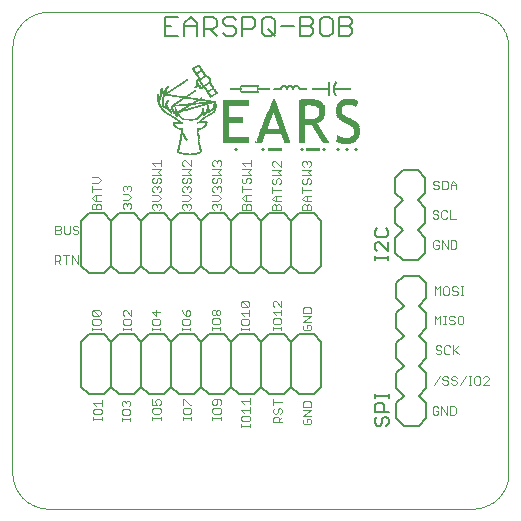
<source format=gto>
G75*
%MOIN*%
%OFA0B0*%
%FSLAX25Y25*%
%IPPOS*%
%LPD*%
%AMOC8*
5,1,8,0,0,1.08239X$1,22.5*
%
%ADD10C,0.00000*%
%ADD11C,0.00300*%
%ADD12C,0.00600*%
%ADD13C,0.00800*%
%ADD14C,0.00500*%
%ADD15R,0.01725X0.00075*%
%ADD16R,0.03225X0.00075*%
%ADD17R,0.03975X0.00075*%
%ADD18R,0.04650X0.00075*%
%ADD19R,0.02625X0.00075*%
%ADD20R,0.02100X0.00075*%
%ADD21R,0.01800X0.00075*%
%ADD22R,0.01500X0.00075*%
%ADD23R,0.01575X0.00075*%
%ADD24R,0.01200X0.00075*%
%ADD25R,0.01425X0.00075*%
%ADD26R,0.01125X0.00075*%
%ADD27R,0.01350X0.00075*%
%ADD28R,0.00975X0.00075*%
%ADD29R,0.00900X0.00075*%
%ADD30R,0.01050X0.00075*%
%ADD31R,0.00825X0.00075*%
%ADD32R,0.00750X0.00075*%
%ADD33R,0.00525X0.00075*%
%ADD34R,0.00675X0.00075*%
%ADD35R,0.00375X0.00075*%
%ADD36R,0.00600X0.00075*%
%ADD37R,0.00300X0.00075*%
%ADD38R,0.00450X0.00075*%
%ADD39R,0.00225X0.00075*%
%ADD40R,0.04725X0.00075*%
%ADD41R,0.04800X0.00075*%
%ADD42R,0.01875X0.00075*%
%ADD43R,0.02775X0.00075*%
%ADD44R,0.03450X0.00075*%
%ADD45R,0.08475X0.00075*%
%ADD46R,0.00075X0.00075*%
%ADD47R,0.02025X0.00075*%
%ADD48R,0.02175X0.00075*%
%ADD49R,0.01950X0.00075*%
%ADD50R,0.02250X0.00075*%
%ADD51R,0.03900X0.00075*%
%ADD52R,0.04350X0.00075*%
%ADD53R,0.05100X0.00075*%
%ADD54R,0.05400X0.00075*%
%ADD55R,0.05700X0.00075*%
%ADD56R,0.05925X0.00075*%
%ADD57R,0.06150X0.00075*%
%ADD58R,0.06450X0.00075*%
%ADD59R,0.06525X0.00075*%
%ADD60R,0.06600X0.00075*%
%ADD61R,0.06675X0.00075*%
%ADD62R,0.06750X0.00075*%
%ADD63R,0.06825X0.00075*%
%ADD64R,0.06900X0.00075*%
%ADD65R,0.06975X0.00075*%
%ADD66R,0.02925X0.00075*%
%ADD67R,0.03600X0.00075*%
%ADD68R,0.02325X0.00075*%
%ADD69R,0.03000X0.00075*%
%ADD70R,0.02850X0.00075*%
%ADD71R,0.01650X0.00075*%
%ADD72R,0.02700X0.00075*%
%ADD73R,0.02550X0.00075*%
%ADD74R,0.01275X0.00075*%
%ADD75R,0.02400X0.00075*%
%ADD76R,0.00150X0.00075*%
%ADD77R,0.09375X0.00075*%
%ADD78R,0.09300X0.00075*%
%ADD79R,0.09225X0.00075*%
%ADD80R,0.09150X0.00075*%
%ADD81R,0.09075X0.00075*%
%ADD82R,0.09000X0.00075*%
%ADD83R,0.08925X0.00075*%
%ADD84R,0.08850X0.00075*%
%ADD85R,0.08700X0.00075*%
%ADD86R,0.08625X0.00075*%
%ADD87R,0.08550X0.00075*%
%ADD88R,0.08400X0.00075*%
%ADD89R,0.08250X0.00075*%
%ADD90R,0.02475X0.00075*%
%ADD91R,0.03075X0.00075*%
%ADD92R,0.03150X0.00075*%
%ADD93R,0.06075X0.00075*%
%ADD94R,0.06000X0.00075*%
%ADD95R,0.03525X0.00075*%
%ADD96R,0.03675X0.00075*%
%ADD97R,0.06300X0.00075*%
%ADD98R,0.03750X0.00075*%
%ADD99R,0.03825X0.00075*%
%ADD100R,0.04050X0.00075*%
%ADD101R,0.07050X0.00075*%
%ADD102R,0.07125X0.00075*%
%ADD103R,0.07200X0.00075*%
%ADD104R,0.04125X0.00075*%
%ADD105R,0.07275X0.00075*%
%ADD106R,0.07425X0.00075*%
%ADD107R,0.04200X0.00075*%
%ADD108R,0.07500X0.00075*%
%ADD109R,0.07575X0.00075*%
%ADD110R,0.07650X0.00075*%
%ADD111R,0.03375X0.00075*%
%ADD112R,0.07725X0.00075*%
%ADD113R,0.04500X0.00075*%
%ADD114R,0.03300X0.00075*%
%ADD115R,0.04275X0.00075*%
%ADD116R,0.08100X0.00075*%
%ADD117R,0.08025X0.00075*%
%ADD118R,0.07950X0.00075*%
%ADD119R,0.06375X0.00075*%
%ADD120R,0.07875X0.00075*%
%ADD121R,0.07800X0.00075*%
%ADD122R,0.06225X0.00075*%
%ADD123R,0.04575X0.00075*%
%ADD124R,0.07350X0.00075*%
%ADD125R,0.05850X0.00075*%
%ADD126R,0.05625X0.00075*%
D10*
X0012831Y0001000D02*
X0154563Y0001000D01*
X0154563Y0000999D02*
X0154851Y0001005D01*
X0155139Y0001018D01*
X0155426Y0001038D01*
X0155712Y0001065D01*
X0155998Y0001098D01*
X0156283Y0001139D01*
X0156567Y0001186D01*
X0156850Y0001240D01*
X0157131Y0001301D01*
X0157411Y0001369D01*
X0157689Y0001444D01*
X0157965Y0001525D01*
X0158239Y0001613D01*
X0158511Y0001707D01*
X0158780Y0001808D01*
X0159047Y0001916D01*
X0159312Y0002030D01*
X0159573Y0002150D01*
X0159831Y0002277D01*
X0160087Y0002409D01*
X0160339Y0002548D01*
X0160588Y0002693D01*
X0160833Y0002844D01*
X0161074Y0003001D01*
X0161311Y0003164D01*
X0161545Y0003332D01*
X0161774Y0003506D01*
X0161999Y0003685D01*
X0162220Y0003870D01*
X0162436Y0004060D01*
X0162648Y0004255D01*
X0162854Y0004455D01*
X0163056Y0004660D01*
X0163253Y0004870D01*
X0163445Y0005085D01*
X0163631Y0005304D01*
X0163812Y0005528D01*
X0163988Y0005756D01*
X0164158Y0005988D01*
X0164322Y0006225D01*
X0164481Y0006465D01*
X0164634Y0006709D01*
X0164781Y0006956D01*
X0164921Y0007207D01*
X0165056Y0007461D01*
X0165185Y0007719D01*
X0165307Y0007980D01*
X0165423Y0008243D01*
X0165532Y0008509D01*
X0165636Y0008778D01*
X0165732Y0009049D01*
X0165822Y0009322D01*
X0165905Y0009598D01*
X0165982Y0009875D01*
X0166052Y0010154D01*
X0166115Y0010435D01*
X0166172Y0010717D01*
X0166221Y0011001D01*
X0166264Y0011286D01*
X0166300Y0011571D01*
X0166328Y0011858D01*
X0166350Y0012144D01*
X0166365Y0012432D01*
X0166373Y0012720D01*
X0166375Y0013007D01*
X0166374Y0013008D02*
X0166374Y0154740D01*
X0166371Y0155025D01*
X0166360Y0155311D01*
X0166343Y0155596D01*
X0166319Y0155880D01*
X0166288Y0156164D01*
X0166250Y0156447D01*
X0166205Y0156728D01*
X0166154Y0157009D01*
X0166096Y0157289D01*
X0166031Y0157567D01*
X0165959Y0157843D01*
X0165881Y0158117D01*
X0165796Y0158390D01*
X0165704Y0158660D01*
X0165606Y0158928D01*
X0165502Y0159194D01*
X0165391Y0159457D01*
X0165274Y0159717D01*
X0165151Y0159975D01*
X0165021Y0160229D01*
X0164885Y0160480D01*
X0164744Y0160728D01*
X0164596Y0160972D01*
X0164443Y0161213D01*
X0164283Y0161449D01*
X0164118Y0161682D01*
X0163948Y0161911D01*
X0163772Y0162136D01*
X0163590Y0162356D01*
X0163404Y0162572D01*
X0163212Y0162783D01*
X0163015Y0162990D01*
X0162813Y0163192D01*
X0162606Y0163389D01*
X0162395Y0163581D01*
X0162179Y0163767D01*
X0161959Y0163949D01*
X0161734Y0164125D01*
X0161505Y0164295D01*
X0161272Y0164460D01*
X0161036Y0164620D01*
X0160795Y0164773D01*
X0160551Y0164921D01*
X0160303Y0165062D01*
X0160052Y0165198D01*
X0159798Y0165328D01*
X0159540Y0165451D01*
X0159280Y0165568D01*
X0159017Y0165679D01*
X0158751Y0165783D01*
X0158483Y0165881D01*
X0158213Y0165973D01*
X0157940Y0166058D01*
X0157666Y0166136D01*
X0157390Y0166208D01*
X0157112Y0166273D01*
X0156832Y0166331D01*
X0156551Y0166382D01*
X0156270Y0166427D01*
X0155987Y0166465D01*
X0155703Y0166496D01*
X0155419Y0166520D01*
X0155134Y0166537D01*
X0154848Y0166548D01*
X0154563Y0166551D01*
X0012831Y0166551D01*
X0012546Y0166548D01*
X0012260Y0166537D01*
X0011975Y0166520D01*
X0011691Y0166496D01*
X0011407Y0166465D01*
X0011124Y0166427D01*
X0010843Y0166382D01*
X0010562Y0166331D01*
X0010282Y0166273D01*
X0010004Y0166208D01*
X0009728Y0166136D01*
X0009454Y0166058D01*
X0009181Y0165973D01*
X0008911Y0165881D01*
X0008643Y0165783D01*
X0008377Y0165679D01*
X0008114Y0165568D01*
X0007854Y0165451D01*
X0007596Y0165328D01*
X0007342Y0165198D01*
X0007091Y0165062D01*
X0006843Y0164921D01*
X0006599Y0164773D01*
X0006358Y0164620D01*
X0006122Y0164460D01*
X0005889Y0164295D01*
X0005660Y0164125D01*
X0005435Y0163949D01*
X0005215Y0163767D01*
X0004999Y0163581D01*
X0004788Y0163389D01*
X0004581Y0163192D01*
X0004379Y0162990D01*
X0004182Y0162783D01*
X0003990Y0162572D01*
X0003804Y0162356D01*
X0003622Y0162136D01*
X0003446Y0161911D01*
X0003276Y0161682D01*
X0003111Y0161449D01*
X0002951Y0161213D01*
X0002798Y0160972D01*
X0002650Y0160728D01*
X0002509Y0160480D01*
X0002373Y0160229D01*
X0002243Y0159975D01*
X0002120Y0159717D01*
X0002003Y0159457D01*
X0001892Y0159194D01*
X0001788Y0158928D01*
X0001690Y0158660D01*
X0001598Y0158390D01*
X0001513Y0158117D01*
X0001435Y0157843D01*
X0001363Y0157567D01*
X0001298Y0157289D01*
X0001240Y0157009D01*
X0001189Y0156728D01*
X0001144Y0156447D01*
X0001106Y0156164D01*
X0001075Y0155880D01*
X0001051Y0155596D01*
X0001034Y0155311D01*
X0001023Y0155025D01*
X0001020Y0154740D01*
X0001020Y0013008D01*
X0001019Y0013007D02*
X0001021Y0012720D01*
X0001029Y0012432D01*
X0001044Y0012144D01*
X0001066Y0011858D01*
X0001094Y0011571D01*
X0001130Y0011286D01*
X0001173Y0011001D01*
X0001222Y0010717D01*
X0001279Y0010435D01*
X0001342Y0010154D01*
X0001412Y0009875D01*
X0001489Y0009598D01*
X0001572Y0009322D01*
X0001662Y0009049D01*
X0001758Y0008778D01*
X0001862Y0008509D01*
X0001971Y0008243D01*
X0002087Y0007980D01*
X0002209Y0007719D01*
X0002338Y0007461D01*
X0002473Y0007207D01*
X0002613Y0006956D01*
X0002760Y0006709D01*
X0002913Y0006465D01*
X0003072Y0006225D01*
X0003236Y0005988D01*
X0003406Y0005756D01*
X0003582Y0005528D01*
X0003763Y0005304D01*
X0003949Y0005085D01*
X0004141Y0004870D01*
X0004338Y0004660D01*
X0004540Y0004455D01*
X0004746Y0004255D01*
X0004958Y0004060D01*
X0005174Y0003870D01*
X0005395Y0003685D01*
X0005620Y0003506D01*
X0005849Y0003332D01*
X0006083Y0003164D01*
X0006320Y0003001D01*
X0006561Y0002844D01*
X0006806Y0002693D01*
X0007055Y0002548D01*
X0007307Y0002409D01*
X0007563Y0002277D01*
X0007821Y0002150D01*
X0008082Y0002030D01*
X0008347Y0001916D01*
X0008614Y0001808D01*
X0008883Y0001707D01*
X0009155Y0001613D01*
X0009429Y0001525D01*
X0009705Y0001444D01*
X0009983Y0001369D01*
X0010263Y0001301D01*
X0010544Y0001240D01*
X0010827Y0001186D01*
X0011111Y0001139D01*
X0011396Y0001098D01*
X0011682Y0001065D01*
X0011968Y0001038D01*
X0012255Y0001018D01*
X0012543Y0001005D01*
X0012831Y0000999D01*
D11*
X0037388Y0030284D02*
X0037388Y0031235D01*
X0037388Y0030759D02*
X0040240Y0030759D01*
X0040240Y0030284D02*
X0040240Y0031235D01*
X0039764Y0032217D02*
X0040240Y0032693D01*
X0040240Y0033643D01*
X0039764Y0034119D01*
X0037863Y0034119D01*
X0037388Y0033643D01*
X0037388Y0032693D01*
X0037863Y0032217D01*
X0039764Y0032217D01*
X0039764Y0035117D02*
X0040240Y0035593D01*
X0040240Y0036543D01*
X0039764Y0037019D01*
X0039289Y0037019D01*
X0038814Y0036543D01*
X0038814Y0036068D01*
X0038814Y0036543D02*
X0038338Y0037019D01*
X0037863Y0037019D01*
X0037388Y0036543D01*
X0037388Y0035593D01*
X0037863Y0035117D01*
X0030791Y0035314D02*
X0030791Y0037216D01*
X0030791Y0036265D02*
X0027939Y0036265D01*
X0028890Y0035314D01*
X0028414Y0034315D02*
X0027939Y0033840D01*
X0027939Y0032889D01*
X0028414Y0032414D01*
X0030316Y0032414D01*
X0030791Y0032889D01*
X0030791Y0033840D01*
X0030316Y0034315D01*
X0028414Y0034315D01*
X0027939Y0031431D02*
X0027939Y0030481D01*
X0027939Y0030956D02*
X0030791Y0030956D01*
X0030791Y0030481D02*
X0030791Y0031431D01*
X0047624Y0031628D02*
X0047624Y0030678D01*
X0047624Y0031153D02*
X0050476Y0031153D01*
X0050476Y0030678D02*
X0050476Y0031628D01*
X0050001Y0032611D02*
X0050476Y0033086D01*
X0050476Y0034037D01*
X0050001Y0034512D01*
X0048099Y0034512D01*
X0047624Y0034037D01*
X0047624Y0033086D01*
X0048099Y0032611D01*
X0050001Y0032611D01*
X0050001Y0035511D02*
X0050476Y0035986D01*
X0050476Y0036937D01*
X0050001Y0037412D01*
X0049050Y0037412D01*
X0048575Y0036937D01*
X0048575Y0036462D01*
X0049050Y0035511D01*
X0047624Y0035511D01*
X0047624Y0037412D01*
X0057860Y0037412D02*
X0057860Y0035511D01*
X0058336Y0034512D02*
X0057860Y0034037D01*
X0057860Y0033086D01*
X0058336Y0032611D01*
X0060237Y0032611D01*
X0060712Y0033086D01*
X0060712Y0034037D01*
X0060237Y0034512D01*
X0058336Y0034512D01*
X0060237Y0035511D02*
X0060712Y0035511D01*
X0060237Y0035511D02*
X0058336Y0037412D01*
X0057860Y0037412D01*
X0057860Y0031628D02*
X0057860Y0030678D01*
X0057860Y0031153D02*
X0060712Y0031153D01*
X0060712Y0030678D02*
X0060712Y0031628D01*
X0067703Y0031628D02*
X0067703Y0030678D01*
X0067703Y0031153D02*
X0070555Y0031153D01*
X0070555Y0030678D02*
X0070555Y0031628D01*
X0070079Y0032611D02*
X0070555Y0033086D01*
X0070555Y0034037D01*
X0070079Y0034512D01*
X0068178Y0034512D01*
X0067703Y0034037D01*
X0067703Y0033086D01*
X0068178Y0032611D01*
X0070079Y0032611D01*
X0070079Y0035511D02*
X0070555Y0035986D01*
X0070555Y0036937D01*
X0070079Y0037412D01*
X0068178Y0037412D01*
X0067703Y0036937D01*
X0067703Y0035986D01*
X0068178Y0035511D01*
X0068653Y0035511D01*
X0069129Y0035986D01*
X0069129Y0037412D01*
X0077348Y0036803D02*
X0080200Y0036803D01*
X0080200Y0037753D02*
X0080200Y0035852D01*
X0080200Y0034853D02*
X0080200Y0032952D01*
X0080200Y0033903D02*
X0077348Y0033903D01*
X0078299Y0032952D01*
X0077824Y0031953D02*
X0077348Y0031478D01*
X0077348Y0030527D01*
X0077824Y0030052D01*
X0079725Y0030052D01*
X0080200Y0030527D01*
X0080200Y0031478D01*
X0079725Y0031953D01*
X0077824Y0031953D01*
X0077348Y0029069D02*
X0077348Y0028119D01*
X0077348Y0028594D02*
X0080200Y0028594D01*
X0080200Y0028119D02*
X0080200Y0029069D01*
X0078299Y0035852D02*
X0077348Y0036803D01*
X0087978Y0036444D02*
X0090830Y0036444D01*
X0090355Y0034495D02*
X0090830Y0034019D01*
X0090830Y0033069D01*
X0090355Y0032593D01*
X0089404Y0033069D02*
X0089404Y0034019D01*
X0089880Y0034495D01*
X0090355Y0034495D01*
X0089404Y0033069D02*
X0088929Y0032593D01*
X0088454Y0032593D01*
X0087978Y0033069D01*
X0087978Y0034019D01*
X0088454Y0034495D01*
X0087978Y0035494D02*
X0087978Y0037395D01*
X0088454Y0031595D02*
X0089404Y0031595D01*
X0089880Y0031119D01*
X0089880Y0029693D01*
X0090830Y0029693D02*
X0087978Y0029693D01*
X0087978Y0031119D01*
X0088454Y0031595D01*
X0089880Y0030644D02*
X0090830Y0031595D01*
X0097821Y0031964D02*
X0100673Y0033865D01*
X0097821Y0033865D01*
X0097821Y0034864D02*
X0097821Y0036290D01*
X0098296Y0036765D01*
X0100198Y0036765D01*
X0100673Y0036290D01*
X0100673Y0034864D01*
X0097821Y0034864D01*
X0097821Y0031964D02*
X0100673Y0031964D01*
X0100198Y0030965D02*
X0100673Y0030490D01*
X0100673Y0029539D01*
X0100198Y0029064D01*
X0098296Y0029064D01*
X0097821Y0029539D01*
X0097821Y0030490D01*
X0098296Y0030965D01*
X0099247Y0030965D02*
X0099247Y0030015D01*
X0099247Y0030965D02*
X0100198Y0030965D01*
X0100198Y0060363D02*
X0098296Y0060363D01*
X0097821Y0060838D01*
X0097821Y0061789D01*
X0098296Y0062264D01*
X0099247Y0062264D02*
X0099247Y0061314D01*
X0099247Y0062264D02*
X0100198Y0062264D01*
X0100673Y0061789D01*
X0100673Y0060838D01*
X0100198Y0060363D01*
X0100673Y0063263D02*
X0097821Y0063263D01*
X0100673Y0065165D01*
X0097821Y0065165D01*
X0097821Y0066163D02*
X0097821Y0067589D01*
X0098296Y0068065D01*
X0100198Y0068065D01*
X0100673Y0067589D01*
X0100673Y0066163D01*
X0097821Y0066163D01*
X0090633Y0066383D02*
X0087781Y0066383D01*
X0088732Y0065432D01*
X0088257Y0064434D02*
X0090158Y0064434D01*
X0090633Y0063958D01*
X0090633Y0063008D01*
X0090158Y0062532D01*
X0088257Y0062532D01*
X0087781Y0063008D01*
X0087781Y0063958D01*
X0088257Y0064434D01*
X0090633Y0065432D02*
X0090633Y0067334D01*
X0090633Y0068332D02*
X0088732Y0070234D01*
X0088257Y0070234D01*
X0087781Y0069758D01*
X0087781Y0068808D01*
X0088257Y0068332D01*
X0090633Y0068332D02*
X0090633Y0070234D01*
X0090633Y0061549D02*
X0090633Y0060599D01*
X0090633Y0061074D02*
X0087781Y0061074D01*
X0087781Y0060599D02*
X0087781Y0061549D01*
X0080004Y0061353D02*
X0080004Y0060402D01*
X0080004Y0060877D02*
X0077152Y0060877D01*
X0077152Y0060402D02*
X0077152Y0061353D01*
X0077627Y0062335D02*
X0079528Y0062335D01*
X0080004Y0062811D01*
X0080004Y0063761D01*
X0079528Y0064237D01*
X0077627Y0064237D01*
X0077152Y0063761D01*
X0077152Y0062811D01*
X0077627Y0062335D01*
X0078102Y0065235D02*
X0077152Y0066186D01*
X0080004Y0066186D01*
X0080004Y0065235D02*
X0080004Y0067137D01*
X0079528Y0068136D02*
X0077627Y0068136D01*
X0077152Y0068611D01*
X0077152Y0069562D01*
X0077627Y0070037D01*
X0079528Y0068136D01*
X0080004Y0068611D01*
X0080004Y0069562D01*
X0079528Y0070037D01*
X0077627Y0070037D01*
X0070358Y0066858D02*
X0070358Y0065908D01*
X0069883Y0065432D01*
X0069407Y0065432D01*
X0068932Y0065908D01*
X0068932Y0066858D01*
X0069407Y0067334D01*
X0069883Y0067334D01*
X0070358Y0066858D01*
X0068932Y0066858D02*
X0068457Y0067334D01*
X0067981Y0067334D01*
X0067506Y0066858D01*
X0067506Y0065908D01*
X0067981Y0065432D01*
X0068457Y0065432D01*
X0068932Y0065908D01*
X0069883Y0064434D02*
X0067981Y0064434D01*
X0067506Y0063958D01*
X0067506Y0063008D01*
X0067981Y0062532D01*
X0069883Y0062532D01*
X0070358Y0063008D01*
X0070358Y0063958D01*
X0069883Y0064434D01*
X0070358Y0061549D02*
X0070358Y0060599D01*
X0070358Y0061074D02*
X0067506Y0061074D01*
X0067506Y0060599D02*
X0067506Y0061549D01*
X0060319Y0061353D02*
X0060319Y0060402D01*
X0060319Y0060877D02*
X0057466Y0060877D01*
X0057466Y0060402D02*
X0057466Y0061353D01*
X0057942Y0062335D02*
X0059843Y0062335D01*
X0060319Y0062811D01*
X0060319Y0063761D01*
X0059843Y0064237D01*
X0057942Y0064237D01*
X0057466Y0063761D01*
X0057466Y0062811D01*
X0057942Y0062335D01*
X0058892Y0065235D02*
X0058892Y0066662D01*
X0059368Y0067137D01*
X0059843Y0067137D01*
X0060319Y0066662D01*
X0060319Y0065711D01*
X0059843Y0065235D01*
X0058892Y0065235D01*
X0057942Y0066186D01*
X0057466Y0067137D01*
X0050279Y0066662D02*
X0047427Y0066662D01*
X0048853Y0065235D01*
X0048853Y0067137D01*
X0047902Y0064237D02*
X0047427Y0063761D01*
X0047427Y0062811D01*
X0047902Y0062335D01*
X0049804Y0062335D01*
X0050279Y0062811D01*
X0050279Y0063761D01*
X0049804Y0064237D01*
X0047902Y0064237D01*
X0047427Y0061353D02*
X0047427Y0060402D01*
X0047427Y0060877D02*
X0050279Y0060877D01*
X0050279Y0060402D02*
X0050279Y0061353D01*
X0040633Y0061353D02*
X0040633Y0060402D01*
X0040633Y0060877D02*
X0037781Y0060877D01*
X0037781Y0060402D02*
X0037781Y0061353D01*
X0038257Y0062335D02*
X0040158Y0062335D01*
X0040633Y0062811D01*
X0040633Y0063761D01*
X0040158Y0064237D01*
X0038257Y0064237D01*
X0037781Y0063761D01*
X0037781Y0062811D01*
X0038257Y0062335D01*
X0038257Y0065235D02*
X0037781Y0065711D01*
X0037781Y0066662D01*
X0038257Y0067137D01*
X0038732Y0067137D01*
X0040633Y0065235D01*
X0040633Y0067137D01*
X0030397Y0066662D02*
X0030397Y0065711D01*
X0029922Y0065235D01*
X0028021Y0067137D01*
X0029922Y0067137D01*
X0030397Y0066662D01*
X0029922Y0065235D02*
X0028021Y0065235D01*
X0027545Y0065711D01*
X0027545Y0066662D01*
X0028021Y0067137D01*
X0028021Y0064237D02*
X0027545Y0063761D01*
X0027545Y0062811D01*
X0028021Y0062335D01*
X0029922Y0062335D01*
X0030397Y0062811D01*
X0030397Y0063761D01*
X0029922Y0064237D01*
X0028021Y0064237D01*
X0027545Y0061353D02*
X0027545Y0060402D01*
X0027545Y0060877D02*
X0030397Y0060877D01*
X0030397Y0060402D02*
X0030397Y0061353D01*
X0022848Y0082646D02*
X0022848Y0085498D01*
X0020946Y0085498D02*
X0020946Y0082646D01*
X0022848Y0082646D02*
X0020946Y0085498D01*
X0019948Y0085498D02*
X0018046Y0085498D01*
X0018997Y0085498D02*
X0018997Y0082646D01*
X0017047Y0082646D02*
X0016097Y0083597D01*
X0016572Y0083597D02*
X0015146Y0083597D01*
X0015146Y0082646D02*
X0015146Y0085498D01*
X0016572Y0085498D01*
X0017047Y0085023D01*
X0017047Y0084072D01*
X0016572Y0083597D01*
X0016769Y0092489D02*
X0015343Y0092489D01*
X0015343Y0095341D01*
X0016769Y0095341D01*
X0017244Y0094865D01*
X0017244Y0094390D01*
X0016769Y0093915D01*
X0015343Y0093915D01*
X0016769Y0093915D02*
X0017244Y0093439D01*
X0017244Y0092964D01*
X0016769Y0092489D01*
X0018243Y0092964D02*
X0018718Y0092489D01*
X0019669Y0092489D01*
X0020144Y0092964D01*
X0020144Y0095341D01*
X0021143Y0094865D02*
X0021143Y0094390D01*
X0021618Y0093915D01*
X0022569Y0093915D01*
X0023044Y0093439D01*
X0023044Y0092964D01*
X0022569Y0092489D01*
X0021618Y0092489D01*
X0021143Y0092964D01*
X0021143Y0094865D02*
X0021618Y0095341D01*
X0022569Y0095341D01*
X0023044Y0094865D01*
X0018243Y0095341D02*
X0018243Y0092964D01*
X0027545Y0100770D02*
X0027545Y0102196D01*
X0028021Y0102671D01*
X0028496Y0102671D01*
X0028971Y0102196D01*
X0028971Y0100770D01*
X0030397Y0100770D02*
X0027545Y0100770D01*
X0028971Y0102196D02*
X0029447Y0102671D01*
X0029922Y0102671D01*
X0030397Y0102196D01*
X0030397Y0100770D01*
X0030397Y0103670D02*
X0028496Y0103670D01*
X0027545Y0104621D01*
X0028496Y0105571D01*
X0030397Y0105571D01*
X0028971Y0105571D02*
X0028971Y0103670D01*
X0027545Y0106570D02*
X0027545Y0108472D01*
X0027545Y0107521D02*
X0030397Y0107521D01*
X0029447Y0109470D02*
X0030397Y0110421D01*
X0029447Y0111372D01*
X0027545Y0111372D01*
X0027545Y0109470D02*
X0029447Y0109470D01*
X0037781Y0108140D02*
X0037781Y0107190D01*
X0038257Y0106714D01*
X0037781Y0105716D02*
X0039683Y0105716D01*
X0040633Y0104765D01*
X0039683Y0103814D01*
X0037781Y0103814D01*
X0038257Y0102816D02*
X0038732Y0102816D01*
X0039207Y0102340D01*
X0039683Y0102816D01*
X0040158Y0102816D01*
X0040633Y0102340D01*
X0040633Y0101390D01*
X0040158Y0100914D01*
X0039207Y0101865D02*
X0039207Y0102340D01*
X0038257Y0102816D02*
X0037781Y0102340D01*
X0037781Y0101390D01*
X0038257Y0100914D01*
X0040158Y0106714D02*
X0040633Y0107190D01*
X0040633Y0108140D01*
X0040158Y0108616D01*
X0039683Y0108616D01*
X0039207Y0108140D01*
X0039207Y0107665D01*
X0039207Y0108140D02*
X0038732Y0108616D01*
X0038257Y0108616D01*
X0037781Y0108140D01*
X0047624Y0107905D02*
X0048099Y0108380D01*
X0048575Y0108380D01*
X0049050Y0107905D01*
X0049525Y0108380D01*
X0050001Y0108380D01*
X0050476Y0107905D01*
X0050476Y0106954D01*
X0050001Y0106479D01*
X0049525Y0105480D02*
X0047624Y0105480D01*
X0048099Y0106479D02*
X0047624Y0106954D01*
X0047624Y0107905D01*
X0049050Y0107905D02*
X0049050Y0107429D01*
X0049525Y0105480D02*
X0050476Y0104529D01*
X0049525Y0103579D01*
X0047624Y0103579D01*
X0048099Y0102580D02*
X0048575Y0102580D01*
X0049050Y0102104D01*
X0049525Y0102580D01*
X0050001Y0102580D01*
X0050476Y0102104D01*
X0050476Y0101154D01*
X0050001Y0100678D01*
X0049050Y0101629D02*
X0049050Y0102104D01*
X0048099Y0102580D02*
X0047624Y0102104D01*
X0047624Y0101154D01*
X0048099Y0100678D01*
X0048099Y0109379D02*
X0048575Y0109379D01*
X0049050Y0109854D01*
X0049050Y0110805D01*
X0049525Y0111280D01*
X0050001Y0111280D01*
X0050476Y0110805D01*
X0050476Y0109854D01*
X0050001Y0109379D01*
X0048099Y0109379D02*
X0047624Y0109854D01*
X0047624Y0110805D01*
X0048099Y0111280D01*
X0047624Y0112279D02*
X0050476Y0112279D01*
X0049525Y0113230D01*
X0050476Y0114180D01*
X0047624Y0114180D01*
X0048575Y0115179D02*
X0047624Y0116130D01*
X0050476Y0116130D01*
X0050476Y0117080D02*
X0050476Y0115179D01*
X0057663Y0115654D02*
X0058139Y0115179D01*
X0057663Y0115654D02*
X0057663Y0116605D01*
X0058139Y0117080D01*
X0058614Y0117080D01*
X0060515Y0115179D01*
X0060515Y0117080D01*
X0060515Y0114180D02*
X0057663Y0114180D01*
X0057663Y0112279D02*
X0060515Y0112279D01*
X0059565Y0113230D01*
X0060515Y0114180D01*
X0060040Y0111280D02*
X0060515Y0110805D01*
X0060515Y0109854D01*
X0060040Y0109379D01*
X0060040Y0108380D02*
X0060515Y0107905D01*
X0060515Y0106954D01*
X0060040Y0106479D01*
X0059565Y0105480D02*
X0057663Y0105480D01*
X0058139Y0106479D02*
X0057663Y0106954D01*
X0057663Y0107905D01*
X0058139Y0108380D01*
X0058614Y0108380D01*
X0059089Y0107905D01*
X0059565Y0108380D01*
X0060040Y0108380D01*
X0059089Y0107905D02*
X0059089Y0107429D01*
X0059565Y0105480D02*
X0060515Y0104529D01*
X0059565Y0103579D01*
X0057663Y0103579D01*
X0058139Y0102580D02*
X0058614Y0102580D01*
X0059089Y0102104D01*
X0059565Y0102580D01*
X0060040Y0102580D01*
X0060515Y0102104D01*
X0060515Y0101154D01*
X0060040Y0100678D01*
X0059089Y0101629D02*
X0059089Y0102104D01*
X0058139Y0102580D02*
X0057663Y0102104D01*
X0057663Y0101154D01*
X0058139Y0100678D01*
X0058139Y0109379D02*
X0058614Y0109379D01*
X0059089Y0109854D01*
X0059089Y0110805D01*
X0059565Y0111280D01*
X0060040Y0111280D01*
X0058139Y0111280D02*
X0057663Y0110805D01*
X0057663Y0109854D01*
X0058139Y0109379D01*
X0067703Y0109854D02*
X0068178Y0109379D01*
X0068653Y0109379D01*
X0069129Y0109854D01*
X0069129Y0110805D01*
X0069604Y0111280D01*
X0070079Y0111280D01*
X0070555Y0110805D01*
X0070555Y0109854D01*
X0070079Y0109379D01*
X0070079Y0108380D02*
X0070555Y0107905D01*
X0070555Y0106954D01*
X0070079Y0106479D01*
X0069604Y0105480D02*
X0067703Y0105480D01*
X0068178Y0106479D02*
X0067703Y0106954D01*
X0067703Y0107905D01*
X0068178Y0108380D01*
X0068653Y0108380D01*
X0069129Y0107905D01*
X0069604Y0108380D01*
X0070079Y0108380D01*
X0069129Y0107905D02*
X0069129Y0107429D01*
X0069604Y0105480D02*
X0070555Y0104529D01*
X0069604Y0103579D01*
X0067703Y0103579D01*
X0068178Y0102580D02*
X0068653Y0102580D01*
X0069129Y0102104D01*
X0069604Y0102580D01*
X0070079Y0102580D01*
X0070555Y0102104D01*
X0070555Y0101154D01*
X0070079Y0100678D01*
X0069129Y0101629D02*
X0069129Y0102104D01*
X0068178Y0102580D02*
X0067703Y0102104D01*
X0067703Y0101154D01*
X0068178Y0100678D01*
X0067703Y0109854D02*
X0067703Y0110805D01*
X0068178Y0111280D01*
X0067703Y0112279D02*
X0070555Y0112279D01*
X0069604Y0113230D01*
X0070555Y0114180D01*
X0067703Y0114180D01*
X0068178Y0115179D02*
X0067703Y0115654D01*
X0067703Y0116605D01*
X0068178Y0117080D01*
X0068653Y0117080D01*
X0069129Y0116605D01*
X0069604Y0117080D01*
X0070079Y0117080D01*
X0070555Y0116605D01*
X0070555Y0115654D01*
X0070079Y0115179D01*
X0069129Y0116130D02*
X0069129Y0116605D01*
X0077545Y0116130D02*
X0080397Y0116130D01*
X0080397Y0117080D02*
X0080397Y0115179D01*
X0080397Y0114180D02*
X0079447Y0113230D01*
X0080397Y0112279D01*
X0077545Y0112279D01*
X0078021Y0111280D02*
X0077545Y0110805D01*
X0077545Y0109854D01*
X0078021Y0109379D01*
X0078496Y0109379D01*
X0078971Y0109854D01*
X0078971Y0110805D01*
X0079447Y0111280D01*
X0079922Y0111280D01*
X0080397Y0110805D01*
X0080397Y0109854D01*
X0079922Y0109379D01*
X0080397Y0107429D02*
X0077545Y0107429D01*
X0077545Y0106479D02*
X0077545Y0108380D01*
X0078496Y0105480D02*
X0080397Y0105480D01*
X0078971Y0105480D02*
X0078971Y0103579D01*
X0078496Y0103579D02*
X0077545Y0104529D01*
X0078496Y0105480D01*
X0078496Y0103579D02*
X0080397Y0103579D01*
X0079922Y0102580D02*
X0080397Y0102104D01*
X0080397Y0100678D01*
X0077545Y0100678D01*
X0077545Y0102104D01*
X0078021Y0102580D01*
X0078496Y0102580D01*
X0078971Y0102104D01*
X0078971Y0100678D01*
X0078971Y0102104D02*
X0079447Y0102580D01*
X0079922Y0102580D01*
X0087585Y0101908D02*
X0087585Y0100482D01*
X0090437Y0100482D01*
X0090437Y0101908D01*
X0089961Y0102383D01*
X0089486Y0102383D01*
X0089011Y0101908D01*
X0089011Y0100482D01*
X0089011Y0101908D02*
X0088535Y0102383D01*
X0088060Y0102383D01*
X0087585Y0101908D01*
X0088535Y0103382D02*
X0087585Y0104332D01*
X0088535Y0105283D01*
X0090437Y0105283D01*
X0089011Y0105283D02*
X0089011Y0103382D01*
X0088535Y0103382D02*
X0090437Y0103382D01*
X0090437Y0107232D02*
X0087585Y0107232D01*
X0087585Y0106282D02*
X0087585Y0108183D01*
X0088060Y0109182D02*
X0088535Y0109182D01*
X0089011Y0109657D01*
X0089011Y0110608D01*
X0089486Y0111083D01*
X0089961Y0111083D01*
X0090437Y0110608D01*
X0090437Y0109657D01*
X0089961Y0109182D01*
X0088060Y0109182D02*
X0087585Y0109657D01*
X0087585Y0110608D01*
X0088060Y0111083D01*
X0087585Y0112082D02*
X0090437Y0112082D01*
X0089486Y0113033D01*
X0090437Y0113983D01*
X0087585Y0113983D01*
X0088060Y0114982D02*
X0087585Y0115457D01*
X0087585Y0116408D01*
X0088060Y0116884D01*
X0088535Y0116884D01*
X0090437Y0114982D01*
X0090437Y0116884D01*
X0097624Y0116408D02*
X0097624Y0115457D01*
X0098099Y0114982D01*
X0097624Y0113983D02*
X0100476Y0113983D01*
X0099525Y0113033D01*
X0100476Y0112082D01*
X0097624Y0112082D01*
X0098099Y0111083D02*
X0097624Y0110608D01*
X0097624Y0109657D01*
X0098099Y0109182D01*
X0098575Y0109182D01*
X0099050Y0109657D01*
X0099050Y0110608D01*
X0099525Y0111083D01*
X0100001Y0111083D01*
X0100476Y0110608D01*
X0100476Y0109657D01*
X0100001Y0109182D01*
X0100476Y0107232D02*
X0097624Y0107232D01*
X0097624Y0106282D02*
X0097624Y0108183D01*
X0098575Y0105283D02*
X0100476Y0105283D01*
X0099050Y0105283D02*
X0099050Y0103382D01*
X0098575Y0103382D02*
X0097624Y0104332D01*
X0098575Y0105283D01*
X0098575Y0103382D02*
X0100476Y0103382D01*
X0100001Y0102383D02*
X0100476Y0101908D01*
X0100476Y0100482D01*
X0097624Y0100482D01*
X0097624Y0101908D01*
X0098099Y0102383D01*
X0098575Y0102383D01*
X0099050Y0101908D01*
X0099050Y0100482D01*
X0099050Y0101908D02*
X0099525Y0102383D01*
X0100001Y0102383D01*
X0100001Y0114982D02*
X0100476Y0115457D01*
X0100476Y0116408D01*
X0100001Y0116884D01*
X0099525Y0116884D01*
X0099050Y0116408D01*
X0099050Y0115933D01*
X0099050Y0116408D02*
X0098575Y0116884D01*
X0098099Y0116884D01*
X0097624Y0116408D01*
X0080397Y0114180D02*
X0077545Y0114180D01*
X0078496Y0115179D02*
X0077545Y0116130D01*
X0141288Y0109826D02*
X0141288Y0109351D01*
X0141764Y0108875D01*
X0142714Y0108875D01*
X0143190Y0108400D01*
X0143190Y0107925D01*
X0142714Y0107449D01*
X0141764Y0107449D01*
X0141288Y0107925D01*
X0141288Y0109826D02*
X0141764Y0110301D01*
X0142714Y0110301D01*
X0143190Y0109826D01*
X0144188Y0110301D02*
X0145614Y0110301D01*
X0146090Y0109826D01*
X0146090Y0107925D01*
X0145614Y0107449D01*
X0144188Y0107449D01*
X0144188Y0110301D01*
X0147088Y0109351D02*
X0148039Y0110301D01*
X0148990Y0109351D01*
X0148990Y0107449D01*
X0148990Y0108875D02*
X0147088Y0108875D01*
X0147088Y0109351D02*
X0147088Y0107449D01*
X0146892Y0100459D02*
X0146892Y0097607D01*
X0148793Y0097607D01*
X0145893Y0098082D02*
X0145418Y0097607D01*
X0144467Y0097607D01*
X0143991Y0098082D01*
X0143991Y0099983D01*
X0144467Y0100459D01*
X0145418Y0100459D01*
X0145893Y0099983D01*
X0142993Y0099983D02*
X0142517Y0100459D01*
X0141567Y0100459D01*
X0141091Y0099983D01*
X0141091Y0099508D01*
X0141567Y0099033D01*
X0142517Y0099033D01*
X0142993Y0098557D01*
X0142993Y0098082D01*
X0142517Y0097607D01*
X0141567Y0097607D01*
X0141091Y0098082D01*
X0141802Y0090419D02*
X0141327Y0089944D01*
X0141327Y0088043D01*
X0141802Y0087567D01*
X0142753Y0087567D01*
X0143229Y0088043D01*
X0143229Y0088993D01*
X0142278Y0088993D01*
X0143229Y0089944D02*
X0142753Y0090419D01*
X0141802Y0090419D01*
X0144227Y0090419D02*
X0144227Y0087567D01*
X0146129Y0087567D02*
X0146129Y0090419D01*
X0147127Y0090419D02*
X0148553Y0090419D01*
X0149029Y0089944D01*
X0149029Y0088043D01*
X0148553Y0087567D01*
X0147127Y0087567D01*
X0147127Y0090419D01*
X0144227Y0090419D02*
X0146129Y0087567D01*
X0146043Y0075065D02*
X0145092Y0075065D01*
X0144617Y0074590D01*
X0144617Y0072688D01*
X0145092Y0072213D01*
X0146043Y0072213D01*
X0146518Y0072688D01*
X0146518Y0074590D01*
X0146043Y0075065D01*
X0147517Y0074590D02*
X0147517Y0074114D01*
X0147993Y0073639D01*
X0148943Y0073639D01*
X0149419Y0073164D01*
X0149419Y0072688D01*
X0148943Y0072213D01*
X0147993Y0072213D01*
X0147517Y0072688D01*
X0147517Y0074590D02*
X0147993Y0075065D01*
X0148943Y0075065D01*
X0149419Y0074590D01*
X0150417Y0075065D02*
X0151368Y0075065D01*
X0150893Y0075065D02*
X0150893Y0072213D01*
X0151368Y0072213D02*
X0150417Y0072213D01*
X0143618Y0072213D02*
X0143618Y0075065D01*
X0142668Y0074114D01*
X0141717Y0075065D01*
X0141717Y0072213D01*
X0141717Y0065223D02*
X0142668Y0064272D01*
X0143618Y0065223D01*
X0143618Y0062370D01*
X0144617Y0062370D02*
X0145568Y0062370D01*
X0145092Y0062370D02*
X0145092Y0065223D01*
X0144617Y0065223D02*
X0145568Y0065223D01*
X0146551Y0064747D02*
X0146551Y0064272D01*
X0147026Y0063796D01*
X0147977Y0063796D01*
X0148452Y0063321D01*
X0148452Y0062846D01*
X0147977Y0062370D01*
X0147026Y0062370D01*
X0146551Y0062846D01*
X0146551Y0064747D02*
X0147026Y0065223D01*
X0147977Y0065223D01*
X0148452Y0064747D01*
X0149451Y0064747D02*
X0149451Y0062846D01*
X0149926Y0062370D01*
X0150877Y0062370D01*
X0151352Y0062846D01*
X0151352Y0064747D01*
X0150877Y0065223D01*
X0149926Y0065223D01*
X0149451Y0064747D01*
X0141717Y0065223D02*
X0141717Y0062370D01*
X0142551Y0055380D02*
X0142076Y0054905D01*
X0142076Y0054429D01*
X0142551Y0053954D01*
X0143502Y0053954D01*
X0143977Y0053479D01*
X0143977Y0053003D01*
X0143502Y0052528D01*
X0142551Y0052528D01*
X0142076Y0053003D01*
X0142551Y0055380D02*
X0143502Y0055380D01*
X0143977Y0054905D01*
X0144976Y0054905D02*
X0144976Y0053003D01*
X0145451Y0052528D01*
X0146402Y0052528D01*
X0146877Y0053003D01*
X0147876Y0052528D02*
X0147876Y0055380D01*
X0146877Y0054905D02*
X0146402Y0055380D01*
X0145451Y0055380D01*
X0144976Y0054905D01*
X0147876Y0053479D02*
X0149777Y0055380D01*
X0148351Y0053954D02*
X0149777Y0052528D01*
X0148707Y0045144D02*
X0147757Y0045144D01*
X0147281Y0044668D01*
X0147281Y0044193D01*
X0147757Y0043718D01*
X0148707Y0043718D01*
X0149183Y0043242D01*
X0149183Y0042767D01*
X0148707Y0042292D01*
X0147757Y0042292D01*
X0147281Y0042767D01*
X0146283Y0042767D02*
X0145807Y0042292D01*
X0144857Y0042292D01*
X0144381Y0042767D01*
X0144857Y0043718D02*
X0145807Y0043718D01*
X0146283Y0043242D01*
X0146283Y0042767D01*
X0144857Y0043718D02*
X0144381Y0044193D01*
X0144381Y0044668D01*
X0144857Y0045144D01*
X0145807Y0045144D01*
X0146283Y0044668D01*
X0148707Y0045144D02*
X0149183Y0044668D01*
X0150182Y0042292D02*
X0152083Y0045144D01*
X0153082Y0045144D02*
X0154032Y0045144D01*
X0153557Y0045144D02*
X0153557Y0042292D01*
X0153082Y0042292D02*
X0154032Y0042292D01*
X0155015Y0042767D02*
X0155490Y0042292D01*
X0156441Y0042292D01*
X0156916Y0042767D01*
X0156916Y0044668D01*
X0156441Y0045144D01*
X0155490Y0045144D01*
X0155015Y0044668D01*
X0155015Y0042767D01*
X0157915Y0042292D02*
X0159817Y0044193D01*
X0159817Y0044668D01*
X0159341Y0045144D01*
X0158391Y0045144D01*
X0157915Y0044668D01*
X0157915Y0042292D02*
X0159817Y0042292D01*
X0148832Y0034629D02*
X0148832Y0032728D01*
X0148357Y0032252D01*
X0146931Y0032252D01*
X0146931Y0035104D01*
X0148357Y0035104D01*
X0148832Y0034629D01*
X0145932Y0035104D02*
X0145932Y0032252D01*
X0144030Y0035104D01*
X0144030Y0032252D01*
X0143032Y0032728D02*
X0143032Y0033678D01*
X0142081Y0033678D01*
X0143032Y0032728D02*
X0142556Y0032252D01*
X0141606Y0032252D01*
X0141130Y0032728D01*
X0141130Y0034629D01*
X0141606Y0035104D01*
X0142556Y0035104D01*
X0143032Y0034629D01*
X0141481Y0042292D02*
X0143383Y0045144D01*
D12*
X0104012Y0041531D02*
X0104012Y0056531D01*
X0101512Y0059031D01*
X0096512Y0059031D01*
X0094012Y0056531D01*
X0094012Y0041531D01*
X0096512Y0039031D01*
X0101512Y0039031D01*
X0104012Y0041531D01*
X0094012Y0041531D02*
X0091512Y0039031D01*
X0086512Y0039031D01*
X0084012Y0041531D01*
X0084012Y0056531D01*
X0086512Y0059031D01*
X0091512Y0059031D01*
X0094012Y0056531D01*
X0084012Y0056531D02*
X0081512Y0059031D01*
X0076512Y0059031D01*
X0074012Y0056531D01*
X0074012Y0041531D01*
X0076512Y0039031D01*
X0081512Y0039031D01*
X0084012Y0041531D01*
X0074012Y0041531D02*
X0071512Y0039031D01*
X0066512Y0039031D01*
X0064012Y0041531D01*
X0064012Y0056531D01*
X0066512Y0059031D01*
X0071512Y0059031D01*
X0074012Y0056531D01*
X0064012Y0056531D02*
X0061512Y0059031D01*
X0056512Y0059031D01*
X0054012Y0056531D01*
X0054012Y0041531D01*
X0056512Y0039031D01*
X0061512Y0039031D01*
X0064012Y0041531D01*
X0054012Y0041531D02*
X0051512Y0039031D01*
X0046512Y0039031D01*
X0044012Y0041531D01*
X0044012Y0056531D01*
X0046512Y0059031D01*
X0051512Y0059031D01*
X0054012Y0056531D01*
X0044012Y0056531D02*
X0041512Y0059031D01*
X0036512Y0059031D01*
X0034012Y0056531D01*
X0034012Y0041531D01*
X0036512Y0039031D01*
X0041512Y0039031D01*
X0044012Y0041531D01*
X0034012Y0041531D02*
X0031512Y0039031D01*
X0026512Y0039031D01*
X0024012Y0041531D01*
X0024012Y0056531D01*
X0026512Y0059031D01*
X0031512Y0059031D01*
X0034012Y0056531D01*
X0036512Y0079386D02*
X0041512Y0079386D01*
X0044012Y0081886D01*
X0044012Y0096886D01*
X0046512Y0099386D01*
X0051512Y0099386D01*
X0054012Y0096886D01*
X0054012Y0081886D01*
X0056512Y0079386D01*
X0061512Y0079386D01*
X0064012Y0081886D01*
X0064012Y0096886D01*
X0066512Y0099386D01*
X0071512Y0099386D01*
X0074012Y0096886D01*
X0074012Y0081886D01*
X0076512Y0079386D01*
X0081512Y0079386D01*
X0084012Y0081886D01*
X0084012Y0096886D01*
X0086512Y0099386D01*
X0091512Y0099386D01*
X0094012Y0096886D01*
X0096512Y0099386D01*
X0101512Y0099386D01*
X0104012Y0096886D01*
X0104012Y0081886D01*
X0101512Y0079386D01*
X0096512Y0079386D01*
X0094012Y0081886D01*
X0094012Y0096886D01*
X0084012Y0096886D02*
X0081512Y0099386D01*
X0076512Y0099386D01*
X0074012Y0096886D01*
X0064012Y0096886D02*
X0061512Y0099386D01*
X0056512Y0099386D01*
X0054012Y0096886D01*
X0044012Y0096886D02*
X0041512Y0099386D01*
X0036512Y0099386D01*
X0034012Y0096886D01*
X0034012Y0081886D01*
X0036512Y0079386D01*
X0034012Y0081886D02*
X0031512Y0079386D01*
X0026512Y0079386D01*
X0024012Y0081886D01*
X0024012Y0096886D01*
X0026512Y0099386D01*
X0031512Y0099386D01*
X0034012Y0096886D01*
X0044012Y0081886D02*
X0046512Y0079386D01*
X0051512Y0079386D01*
X0054012Y0081886D01*
X0064012Y0081886D02*
X0066512Y0079386D01*
X0071512Y0079386D01*
X0074012Y0081886D01*
X0084012Y0081886D02*
X0086512Y0079386D01*
X0091512Y0079386D01*
X0094012Y0081886D01*
X0097029Y0158583D02*
X0100231Y0158583D01*
X0101299Y0159651D01*
X0101299Y0160719D01*
X0100231Y0161786D01*
X0097029Y0161786D01*
X0094854Y0161786D02*
X0090583Y0161786D01*
X0088408Y0163921D02*
X0088408Y0159651D01*
X0087340Y0158583D01*
X0085205Y0158583D01*
X0084138Y0159651D01*
X0084138Y0163921D01*
X0085205Y0164989D01*
X0087340Y0164989D01*
X0088408Y0163921D01*
X0086273Y0160719D02*
X0088408Y0158583D01*
X0081963Y0161786D02*
X0080895Y0160719D01*
X0077692Y0160719D01*
X0077692Y0158583D02*
X0077692Y0164989D01*
X0080895Y0164989D01*
X0081963Y0163921D01*
X0081963Y0161786D01*
X0075517Y0160719D02*
X0075517Y0159651D01*
X0074449Y0158583D01*
X0072314Y0158583D01*
X0071247Y0159651D01*
X0072314Y0161786D02*
X0074449Y0161786D01*
X0075517Y0160719D01*
X0075517Y0163921D02*
X0074449Y0164989D01*
X0072314Y0164989D01*
X0071247Y0163921D01*
X0071247Y0162854D01*
X0072314Y0161786D01*
X0069072Y0161786D02*
X0069072Y0163921D01*
X0068004Y0164989D01*
X0064801Y0164989D01*
X0064801Y0158583D01*
X0064801Y0160719D02*
X0068004Y0160719D01*
X0069072Y0161786D01*
X0066936Y0160719D02*
X0069072Y0158583D01*
X0062626Y0158583D02*
X0062626Y0162854D01*
X0060491Y0164989D01*
X0058356Y0162854D01*
X0058356Y0158583D01*
X0056181Y0158583D02*
X0051910Y0158583D01*
X0051910Y0164989D01*
X0056181Y0164989D01*
X0054045Y0161786D02*
X0051910Y0161786D01*
X0058356Y0161786D02*
X0062626Y0161786D01*
X0097029Y0158583D02*
X0097029Y0164989D01*
X0100231Y0164989D01*
X0101299Y0163921D01*
X0101299Y0162854D01*
X0100231Y0161786D01*
X0103474Y0163921D02*
X0103474Y0159651D01*
X0104542Y0158583D01*
X0106677Y0158583D01*
X0107745Y0159651D01*
X0107745Y0163921D01*
X0106677Y0164989D01*
X0104542Y0164989D01*
X0103474Y0163921D01*
X0109920Y0164989D02*
X0109920Y0158583D01*
X0113122Y0158583D01*
X0114190Y0159651D01*
X0114190Y0160719D01*
X0113122Y0161786D01*
X0109920Y0161786D01*
X0113122Y0161786D02*
X0114190Y0162854D01*
X0114190Y0163921D01*
X0113122Y0164989D01*
X0109920Y0164989D01*
D13*
X0131197Y0113795D02*
X0136197Y0113795D01*
X0138697Y0111295D01*
X0138697Y0106295D01*
X0136197Y0103795D01*
X0138697Y0101295D01*
X0138697Y0096295D01*
X0136197Y0093795D01*
X0138697Y0091295D01*
X0138697Y0086295D01*
X0136197Y0083795D01*
X0131197Y0083795D01*
X0128697Y0086295D01*
X0128697Y0091295D01*
X0131197Y0093795D01*
X0128697Y0096295D01*
X0128697Y0101295D01*
X0131197Y0103795D01*
X0128697Y0106295D01*
X0128697Y0111295D01*
X0131197Y0113795D01*
X0131394Y0078677D02*
X0136394Y0078677D01*
X0138894Y0076177D01*
X0138894Y0071177D01*
X0136394Y0068677D01*
X0138894Y0066177D01*
X0138894Y0061177D01*
X0136394Y0058677D01*
X0138894Y0056177D01*
X0138894Y0051177D01*
X0136394Y0048677D01*
X0138894Y0046177D01*
X0138894Y0041177D01*
X0136394Y0038677D01*
X0138894Y0036177D01*
X0138894Y0031177D01*
X0136394Y0028677D01*
X0131394Y0028677D01*
X0128894Y0031177D01*
X0128894Y0036177D01*
X0131394Y0038677D01*
X0128894Y0041177D01*
X0128894Y0046177D01*
X0131394Y0048677D01*
X0128894Y0051177D01*
X0128894Y0056177D01*
X0131394Y0058677D01*
X0128894Y0061177D01*
X0128894Y0066177D01*
X0131394Y0068677D01*
X0128894Y0071177D01*
X0128894Y0076177D01*
X0131394Y0078677D01*
D14*
X0126247Y0083745D02*
X0126247Y0085247D01*
X0126247Y0084496D02*
X0121743Y0084496D01*
X0121743Y0083745D02*
X0121743Y0085247D01*
X0122494Y0086815D02*
X0121743Y0087565D01*
X0121743Y0089066D01*
X0122494Y0089817D01*
X0123244Y0089817D01*
X0126247Y0086815D01*
X0126247Y0089817D01*
X0125496Y0091418D02*
X0126247Y0092169D01*
X0126247Y0093670D01*
X0125496Y0094421D01*
X0122494Y0094421D02*
X0121743Y0093670D01*
X0121743Y0092169D01*
X0122494Y0091418D01*
X0125496Y0091418D01*
X0126444Y0039336D02*
X0126444Y0037835D01*
X0126444Y0038586D02*
X0121940Y0038586D01*
X0121940Y0039336D02*
X0121940Y0037835D01*
X0122691Y0036234D02*
X0121940Y0035483D01*
X0121940Y0033231D01*
X0126444Y0033231D01*
X0124942Y0033231D02*
X0124942Y0035483D01*
X0124192Y0036234D01*
X0122691Y0036234D01*
X0122691Y0031630D02*
X0121940Y0030879D01*
X0121940Y0029378D01*
X0122691Y0028627D01*
X0123441Y0028627D01*
X0124192Y0029378D01*
X0124192Y0030879D01*
X0124942Y0031630D01*
X0125693Y0031630D01*
X0126444Y0030879D01*
X0126444Y0029378D01*
X0125693Y0028627D01*
D15*
X0060209Y0118764D03*
X0058409Y0130689D03*
X0086309Y0131064D03*
X0086384Y0131289D03*
X0086459Y0131439D03*
X0086534Y0131664D03*
X0086609Y0131814D03*
X0086609Y0131889D03*
X0086684Y0132039D03*
X0086684Y0132114D03*
X0086759Y0132189D03*
X0086759Y0132264D03*
X0086759Y0132339D03*
X0086834Y0132414D03*
X0086834Y0132489D03*
X0086909Y0132639D03*
X0086909Y0132714D03*
X0086984Y0132789D03*
X0086984Y0132864D03*
X0087059Y0133014D03*
X0087059Y0133089D03*
X0087134Y0133239D03*
X0088934Y0133389D03*
X0089009Y0133239D03*
X0089084Y0133014D03*
X0089159Y0132789D03*
X0088109Y0135639D03*
X0088109Y0135714D03*
D16*
X0088109Y0133764D03*
X0088109Y0133689D03*
X0114509Y0129039D03*
X0060134Y0118839D03*
D17*
X0060134Y0118914D03*
X0112184Y0130464D03*
X0112334Y0130389D03*
D18*
X0112147Y0122889D03*
X0060097Y0118989D03*
D19*
X0058709Y0119064D03*
X0062609Y0137289D03*
X0088109Y0134589D03*
X0088109Y0134514D03*
X0088109Y0134439D03*
X0089459Y0140664D03*
X0089459Y0140739D03*
X0089459Y0140814D03*
X0099959Y0137139D03*
X0103709Y0134889D03*
X0103784Y0134814D03*
X0103334Y0130839D03*
X0115109Y0128514D03*
X0115184Y0128439D03*
D20*
X0115672Y0127764D03*
X0115747Y0127614D03*
X0115747Y0127539D03*
X0115822Y0127389D03*
X0115747Y0125364D03*
X0115672Y0125214D03*
X0110047Y0132414D03*
X0110047Y0132489D03*
X0109972Y0132639D03*
X0110047Y0134589D03*
X0110047Y0134664D03*
X0110122Y0134739D03*
X0110122Y0134814D03*
X0104272Y0133914D03*
X0104272Y0133839D03*
X0104272Y0133764D03*
X0104272Y0133689D03*
X0104197Y0133989D03*
X0104197Y0134064D03*
X0104272Y0132414D03*
X0104272Y0132339D03*
X0104197Y0132114D03*
X0104197Y0132039D03*
X0104122Y0131889D03*
X0104122Y0131814D03*
X0104047Y0131664D03*
X0104047Y0131589D03*
X0103972Y0131514D03*
X0092122Y0124464D03*
X0092122Y0124389D03*
X0092122Y0124314D03*
X0092197Y0124239D03*
X0092197Y0124164D03*
X0092197Y0124089D03*
X0092272Y0124014D03*
X0092272Y0123939D03*
X0092347Y0123789D03*
X0092347Y0123714D03*
X0092422Y0123564D03*
X0092422Y0123489D03*
X0092497Y0123339D03*
X0092497Y0123264D03*
X0092572Y0123114D03*
X0092647Y0122889D03*
X0092047Y0124539D03*
X0092047Y0124614D03*
X0091972Y0124764D03*
X0091972Y0124839D03*
X0091897Y0124989D03*
X0091897Y0125064D03*
X0091822Y0125214D03*
X0091747Y0125439D03*
X0091672Y0125664D03*
X0091072Y0127239D03*
X0084247Y0125589D03*
X0084172Y0125364D03*
X0084097Y0125214D03*
X0084097Y0125139D03*
X0084022Y0124989D03*
X0084022Y0124914D03*
X0083947Y0124839D03*
X0083947Y0124764D03*
X0083872Y0124614D03*
X0083872Y0124539D03*
X0083797Y0124464D03*
X0083797Y0124389D03*
X0083797Y0124314D03*
X0083722Y0124239D03*
X0083722Y0124164D03*
X0083647Y0124014D03*
X0083647Y0123939D03*
X0083572Y0123789D03*
X0083497Y0123564D03*
X0083422Y0123339D03*
X0083422Y0123264D03*
X0083422Y0123189D03*
X0083272Y0122814D03*
X0088147Y0135189D03*
X0061672Y0119064D03*
D21*
X0057997Y0119139D03*
X0052372Y0138789D03*
X0062872Y0141489D03*
X0086647Y0131964D03*
X0086572Y0131739D03*
X0086497Y0131589D03*
X0086497Y0131514D03*
X0086422Y0131364D03*
X0086347Y0131214D03*
X0086347Y0131139D03*
X0086272Y0130989D03*
X0086272Y0130914D03*
X0086197Y0130839D03*
X0086197Y0130764D03*
X0086197Y0130689D03*
X0086122Y0130614D03*
X0086122Y0130539D03*
X0086047Y0130389D03*
X0086047Y0130314D03*
X0085972Y0130164D03*
X0085897Y0129939D03*
X0085822Y0129789D03*
X0085747Y0129564D03*
X0089647Y0131364D03*
X0089572Y0131589D03*
X0089572Y0131664D03*
X0089497Y0131814D03*
X0089497Y0131889D03*
X0089422Y0131964D03*
X0089422Y0132039D03*
X0089422Y0132114D03*
X0089347Y0132189D03*
X0089347Y0132264D03*
X0089347Y0132339D03*
X0089272Y0132414D03*
X0089272Y0132489D03*
X0089272Y0132564D03*
X0089197Y0132639D03*
X0089197Y0132714D03*
X0089122Y0132864D03*
X0089122Y0132939D03*
X0089047Y0133089D03*
X0089047Y0133164D03*
X0088972Y0133314D03*
X0088147Y0135564D03*
D22*
X0088147Y0135939D03*
X0091597Y0141564D03*
X0095722Y0141564D03*
X0110122Y0124539D03*
X0115072Y0135414D03*
X0063997Y0141114D03*
X0062872Y0141639D03*
X0063022Y0143439D03*
X0054697Y0134964D03*
X0057022Y0129264D03*
X0062197Y0119139D03*
D23*
X0057584Y0119214D03*
X0063434Y0127464D03*
X0057059Y0133239D03*
X0063959Y0141189D03*
X0062984Y0141714D03*
X0063059Y0143364D03*
X0088109Y0135864D03*
D24*
X0088147Y0136314D03*
X0088147Y0136389D03*
X0066622Y0135939D03*
X0066097Y0135789D03*
X0065572Y0135639D03*
X0065047Y0135489D03*
X0064522Y0135339D03*
X0063997Y0135189D03*
X0063772Y0135114D03*
X0063472Y0135039D03*
X0063247Y0134964D03*
X0062947Y0134889D03*
X0062722Y0134814D03*
X0062422Y0134739D03*
X0062197Y0134664D03*
X0061897Y0134589D03*
X0061672Y0134514D03*
X0061147Y0134364D03*
X0060622Y0134214D03*
X0060097Y0134064D03*
X0059572Y0133914D03*
X0059047Y0133764D03*
X0058522Y0133614D03*
X0058297Y0133539D03*
X0056797Y0127464D03*
X0057172Y0127314D03*
X0056722Y0119439D03*
X0062497Y0119214D03*
X0064747Y0141789D03*
X0062947Y0148314D03*
D25*
X0056834Y0133164D03*
X0057059Y0127389D03*
X0057284Y0119289D03*
X0088109Y0136014D03*
X0088109Y0136089D03*
X0093659Y0141564D03*
D26*
X0093659Y0141714D03*
X0091559Y0141714D03*
X0095684Y0141714D03*
X0088109Y0136464D03*
X0065609Y0145014D03*
X0063059Y0143589D03*
X0060659Y0130314D03*
X0062759Y0119289D03*
X0049934Y0137514D03*
X0049934Y0137589D03*
X0115259Y0135264D03*
D27*
X0115147Y0135339D03*
X0095722Y0141639D03*
X0091597Y0141639D03*
X0088147Y0136164D03*
X0064822Y0141864D03*
X0063997Y0141039D03*
X0063697Y0127539D03*
X0056947Y0119364D03*
D28*
X0062984Y0119364D03*
X0057284Y0127239D03*
X0056534Y0127539D03*
X0066884Y0133314D03*
X0067334Y0138264D03*
X0066284Y0139914D03*
X0067934Y0140739D03*
X0064784Y0141339D03*
X0063584Y0141264D03*
X0063509Y0141339D03*
X0063284Y0141789D03*
X0062759Y0142539D03*
X0063434Y0143289D03*
X0064034Y0146739D03*
X0062984Y0148389D03*
X0052034Y0139089D03*
X0075659Y0120714D03*
X0075659Y0120339D03*
X0084434Y0120339D03*
X0084434Y0120714D03*
X0097409Y0120714D03*
X0097409Y0120339D03*
X0104834Y0120339D03*
X0104834Y0120714D03*
X0112559Y0120714D03*
X0112559Y0120339D03*
X0115709Y0120339D03*
X0115709Y0120414D03*
X0115709Y0120639D03*
X0115709Y0120714D03*
D29*
X0115672Y0120789D03*
X0115672Y0120264D03*
X0112522Y0120264D03*
X0112522Y0120789D03*
X0109447Y0120789D03*
X0109447Y0120714D03*
X0109447Y0120339D03*
X0109447Y0120264D03*
X0104797Y0120264D03*
X0104797Y0120789D03*
X0097447Y0120789D03*
X0097447Y0120264D03*
X0084397Y0120264D03*
X0084397Y0120789D03*
X0075622Y0120789D03*
X0075622Y0120264D03*
X0064072Y0127614D03*
X0063397Y0129564D03*
X0066772Y0133239D03*
X0064747Y0141414D03*
X0064672Y0141489D03*
X0064672Y0141564D03*
X0064672Y0141639D03*
X0063397Y0141414D03*
X0062722Y0142389D03*
X0062722Y0142464D03*
X0062647Y0142614D03*
X0063547Y0143214D03*
X0063622Y0143139D03*
X0063697Y0143064D03*
X0063772Y0142989D03*
X0063847Y0142914D03*
X0063922Y0142839D03*
X0066622Y0142689D03*
X0065647Y0145089D03*
X0064072Y0146814D03*
X0051997Y0139014D03*
X0051922Y0138939D03*
X0051847Y0134589D03*
X0057847Y0130764D03*
X0063172Y0119439D03*
X0088147Y0136689D03*
X0088147Y0136764D03*
X0094672Y0141264D03*
D30*
X0088147Y0136614D03*
X0088147Y0136539D03*
X0084397Y0120639D03*
X0084397Y0120564D03*
X0084397Y0120489D03*
X0084397Y0120414D03*
X0075622Y0120414D03*
X0075622Y0120489D03*
X0075622Y0120564D03*
X0075622Y0120639D03*
X0063247Y0127314D03*
X0062122Y0130689D03*
X0056272Y0132939D03*
X0063997Y0140964D03*
X0064747Y0141714D03*
X0066622Y0142614D03*
X0063772Y0144039D03*
X0063172Y0143664D03*
X0062422Y0145989D03*
X0056497Y0119514D03*
X0097447Y0120414D03*
X0097447Y0120489D03*
X0097447Y0120564D03*
X0097447Y0120639D03*
X0104797Y0120639D03*
X0104797Y0120564D03*
X0104797Y0120489D03*
X0104797Y0120414D03*
X0109447Y0120414D03*
X0109447Y0120489D03*
X0109447Y0120564D03*
X0109447Y0120639D03*
X0112522Y0120639D03*
X0112522Y0120564D03*
X0112522Y0120489D03*
X0112522Y0120414D03*
X0115672Y0120489D03*
X0115672Y0120564D03*
X0109972Y0124689D03*
D31*
X0109859Y0124764D03*
X0115709Y0120864D03*
X0115709Y0120189D03*
X0115334Y0135189D03*
X0092609Y0141189D03*
X0088109Y0136839D03*
X0075659Y0120864D03*
X0075659Y0120189D03*
X0064634Y0129939D03*
X0065084Y0132264D03*
X0066734Y0132114D03*
X0066884Y0132189D03*
X0066734Y0133164D03*
X0067259Y0138189D03*
X0066209Y0139839D03*
X0067934Y0140814D03*
X0064184Y0142464D03*
X0064109Y0142614D03*
X0064034Y0142689D03*
X0063959Y0142764D03*
X0063734Y0143964D03*
X0062384Y0145914D03*
X0062309Y0141414D03*
X0055409Y0132414D03*
X0055409Y0132339D03*
X0055484Y0132264D03*
X0053759Y0133164D03*
X0051884Y0134514D03*
X0051209Y0139614D03*
X0051884Y0139989D03*
X0051959Y0140139D03*
X0052034Y0140214D03*
X0056309Y0127614D03*
X0063359Y0119514D03*
D32*
X0063472Y0119589D03*
X0056347Y0119589D03*
X0064222Y0127689D03*
X0062347Y0130764D03*
X0065047Y0132189D03*
X0064597Y0133014D03*
X0064597Y0133089D03*
X0066322Y0134214D03*
X0066322Y0134289D03*
X0066322Y0134364D03*
X0067222Y0132339D03*
X0067072Y0132264D03*
X0066622Y0132039D03*
X0066472Y0131964D03*
X0061297Y0135939D03*
X0060322Y0135414D03*
X0056197Y0132864D03*
X0055522Y0132189D03*
X0054322Y0131514D03*
X0053647Y0131889D03*
X0053497Y0131964D03*
X0053797Y0133089D03*
X0054172Y0133914D03*
X0054172Y0133989D03*
X0054322Y0134889D03*
X0052522Y0136089D03*
X0052597Y0136239D03*
X0051922Y0134439D03*
X0051172Y0139539D03*
X0050722Y0139764D03*
X0052072Y0140289D03*
X0052147Y0140364D03*
X0052147Y0140439D03*
X0052222Y0140514D03*
X0052297Y0140589D03*
X0052372Y0140739D03*
X0061447Y0147639D03*
X0061597Y0147714D03*
X0061747Y0147789D03*
X0061897Y0147864D03*
X0062047Y0147939D03*
X0062197Y0148014D03*
X0063022Y0148464D03*
X0065572Y0145164D03*
X0064147Y0142539D03*
X0064222Y0142389D03*
X0064297Y0142314D03*
X0064297Y0142239D03*
X0064372Y0142164D03*
X0064372Y0142089D03*
X0064447Y0141939D03*
X0063397Y0141864D03*
X0062722Y0142314D03*
X0063997Y0140889D03*
X0057322Y0129189D03*
X0084397Y0120864D03*
X0084397Y0120189D03*
X0097447Y0120189D03*
X0097447Y0120864D03*
X0104797Y0120864D03*
X0104797Y0120189D03*
X0109447Y0120189D03*
X0109447Y0120864D03*
X0112522Y0120864D03*
X0112522Y0120189D03*
X0094672Y0141189D03*
X0088147Y0136989D03*
X0088147Y0136914D03*
D33*
X0092609Y0140964D03*
X0092609Y0141039D03*
X0092234Y0141414D03*
X0094709Y0141039D03*
X0096359Y0141414D03*
X0115484Y0135039D03*
X0068534Y0135864D03*
X0068534Y0135939D03*
X0068534Y0136014D03*
X0068534Y0136089D03*
X0067784Y0133839D03*
X0067709Y0133764D03*
X0067634Y0133689D03*
X0067934Y0132789D03*
X0067709Y0132639D03*
X0066584Y0133014D03*
X0066284Y0134664D03*
X0066284Y0134739D03*
X0066284Y0134814D03*
X0064634Y0133689D03*
X0064634Y0133614D03*
X0064634Y0133539D03*
X0064634Y0133464D03*
X0064634Y0133389D03*
X0064934Y0131889D03*
X0064709Y0130839D03*
X0064409Y0130614D03*
X0064109Y0130389D03*
X0064034Y0130314D03*
X0063959Y0130239D03*
X0063809Y0130164D03*
X0063734Y0130089D03*
X0063659Y0130014D03*
X0063584Y0129939D03*
X0063209Y0129489D03*
X0062984Y0131139D03*
X0063209Y0131289D03*
X0063284Y0131364D03*
X0063359Y0131439D03*
X0063434Y0131514D03*
X0063509Y0131589D03*
X0065684Y0129564D03*
X0065009Y0128214D03*
X0064934Y0128139D03*
X0064859Y0128064D03*
X0057584Y0126414D03*
X0055559Y0128064D03*
X0055484Y0128139D03*
X0055409Y0128214D03*
X0056684Y0129939D03*
X0056909Y0129789D03*
X0056159Y0130314D03*
X0057059Y0131289D03*
X0057134Y0131214D03*
X0057209Y0131139D03*
X0057284Y0131064D03*
X0055784Y0131889D03*
X0055709Y0131964D03*
X0055634Y0133464D03*
X0055634Y0133539D03*
X0055634Y0133614D03*
X0054134Y0134364D03*
X0054134Y0134439D03*
X0054134Y0134514D03*
X0054134Y0134589D03*
X0054134Y0134664D03*
X0053909Y0132864D03*
X0052409Y0132639D03*
X0052109Y0132864D03*
X0052034Y0132939D03*
X0051959Y0133014D03*
X0050684Y0140139D03*
X0050684Y0140214D03*
X0050684Y0140289D03*
X0050684Y0140364D03*
X0050684Y0140439D03*
X0052709Y0141189D03*
X0052859Y0141339D03*
X0062159Y0141339D03*
X0062684Y0142164D03*
X0062459Y0143214D03*
X0062459Y0143289D03*
X0064184Y0144189D03*
X0064934Y0144714D03*
X0066059Y0144864D03*
X0066134Y0144789D03*
X0066809Y0142914D03*
X0064559Y0141264D03*
X0056234Y0119664D03*
D34*
X0057659Y0125964D03*
X0057659Y0126039D03*
X0057659Y0126114D03*
X0057434Y0127164D03*
X0056159Y0127689D03*
X0056009Y0127764D03*
X0057509Y0130914D03*
X0057659Y0130839D03*
X0055559Y0132114D03*
X0055709Y0133164D03*
X0055709Y0133239D03*
X0057134Y0133539D03*
X0057359Y0133689D03*
X0057509Y0133764D03*
X0057659Y0133839D03*
X0057734Y0133914D03*
X0057884Y0133989D03*
X0058034Y0134064D03*
X0058184Y0134139D03*
X0058259Y0134214D03*
X0058409Y0134289D03*
X0058559Y0134364D03*
X0058784Y0134514D03*
X0058934Y0134589D03*
X0059084Y0134664D03*
X0059159Y0134739D03*
X0059309Y0134814D03*
X0059459Y0134889D03*
X0059609Y0134964D03*
X0059684Y0135039D03*
X0059834Y0135114D03*
X0059984Y0135189D03*
X0060059Y0135264D03*
X0060209Y0135339D03*
X0061409Y0136014D03*
X0061484Y0136089D03*
X0061634Y0136164D03*
X0061784Y0136239D03*
X0061934Y0136314D03*
X0062009Y0136389D03*
X0062159Y0136464D03*
X0062309Y0136539D03*
X0062459Y0136614D03*
X0062534Y0136689D03*
X0062684Y0136764D03*
X0062834Y0136839D03*
X0062909Y0136914D03*
X0063734Y0137364D03*
X0063884Y0137439D03*
X0061709Y0139914D03*
X0061484Y0139764D03*
X0060434Y0139089D03*
X0060209Y0138939D03*
X0059984Y0138789D03*
X0059759Y0138639D03*
X0058259Y0137664D03*
X0057209Y0136989D03*
X0056984Y0136839D03*
X0056759Y0136689D03*
X0056534Y0136539D03*
X0055484Y0135864D03*
X0055259Y0135714D03*
X0055034Y0135564D03*
X0054584Y0135264D03*
X0054134Y0134214D03*
X0054134Y0134139D03*
X0054134Y0134064D03*
X0053834Y0133014D03*
X0053384Y0132039D03*
X0053234Y0132114D03*
X0053084Y0132189D03*
X0052859Y0132339D03*
X0053759Y0131814D03*
X0053909Y0131739D03*
X0054059Y0131664D03*
X0054209Y0131589D03*
X0054434Y0131439D03*
X0054584Y0131364D03*
X0054809Y0131214D03*
X0054959Y0131139D03*
X0051959Y0134364D03*
X0052559Y0136164D03*
X0052634Y0136314D03*
X0052634Y0136389D03*
X0052709Y0136464D03*
X0050159Y0137364D03*
X0050159Y0137439D03*
X0049709Y0137664D03*
X0049709Y0137739D03*
X0049634Y0137964D03*
X0049634Y0138039D03*
X0050684Y0139839D03*
X0050684Y0139914D03*
X0050684Y0139989D03*
X0052334Y0140664D03*
X0052409Y0140814D03*
X0052484Y0140889D03*
X0053159Y0139689D03*
X0053384Y0139839D03*
X0052934Y0139539D03*
X0052709Y0139389D03*
X0055109Y0140964D03*
X0055334Y0141114D03*
X0055559Y0141264D03*
X0055784Y0141414D03*
X0057284Y0142389D03*
X0057509Y0142539D03*
X0057734Y0142689D03*
X0057959Y0142839D03*
X0062459Y0142989D03*
X0062459Y0143064D03*
X0062534Y0142839D03*
X0062534Y0142764D03*
X0062534Y0142689D03*
X0062684Y0142239D03*
X0064409Y0142014D03*
X0065309Y0141939D03*
X0065534Y0142089D03*
X0065684Y0142164D03*
X0065909Y0142314D03*
X0066059Y0142389D03*
X0066284Y0142539D03*
X0066659Y0142764D03*
X0067634Y0140664D03*
X0067409Y0140514D03*
X0067259Y0140439D03*
X0067034Y0140289D03*
X0066884Y0140214D03*
X0066659Y0140064D03*
X0067709Y0138414D03*
X0067934Y0138564D03*
X0068534Y0138939D03*
X0068759Y0139089D03*
X0068534Y0135714D03*
X0068534Y0135639D03*
X0068534Y0135564D03*
X0068534Y0135489D03*
X0067409Y0133539D03*
X0067184Y0133389D03*
X0066659Y0133089D03*
X0067334Y0132414D03*
X0067484Y0132489D03*
X0066284Y0131889D03*
X0066059Y0131739D03*
X0065009Y0132114D03*
X0064634Y0133164D03*
X0064634Y0133239D03*
X0062534Y0130839D03*
X0064409Y0127764D03*
X0063059Y0127239D03*
X0063659Y0119664D03*
X0075659Y0120114D03*
X0075659Y0120939D03*
X0084434Y0120939D03*
X0084434Y0120114D03*
X0097409Y0120114D03*
X0097409Y0120939D03*
X0115409Y0135114D03*
X0115709Y0120939D03*
X0115709Y0120114D03*
X0096209Y0141489D03*
X0095684Y0141789D03*
X0095234Y0141489D03*
X0094109Y0141489D03*
X0093659Y0141789D03*
X0093209Y0141489D03*
X0092609Y0141114D03*
X0092084Y0141489D03*
X0091559Y0141789D03*
X0091109Y0141489D03*
X0065459Y0145239D03*
X0064109Y0146889D03*
X0063734Y0146664D03*
X0063584Y0146589D03*
X0063359Y0146439D03*
X0063209Y0146364D03*
X0062984Y0146214D03*
X0062834Y0146139D03*
X0062309Y0148089D03*
X0062459Y0148164D03*
X0062609Y0148239D03*
X0061334Y0147564D03*
X0063734Y0143889D03*
D35*
X0063434Y0144114D03*
X0063359Y0144189D03*
X0063284Y0144339D03*
X0063209Y0144414D03*
X0063059Y0144639D03*
X0062909Y0144864D03*
X0062759Y0145089D03*
X0062684Y0145164D03*
X0062609Y0145314D03*
X0062534Y0145389D03*
X0062459Y0145539D03*
X0062384Y0145614D03*
X0062084Y0146064D03*
X0061934Y0146289D03*
X0061784Y0146514D03*
X0061709Y0146589D03*
X0061634Y0146739D03*
X0061559Y0146814D03*
X0061484Y0146964D03*
X0061409Y0147039D03*
X0061334Y0147189D03*
X0061259Y0147264D03*
X0063134Y0148614D03*
X0063359Y0148239D03*
X0063434Y0148164D03*
X0063509Y0148014D03*
X0063584Y0147939D03*
X0063659Y0147789D03*
X0063809Y0147564D03*
X0063884Y0147414D03*
X0063959Y0147339D03*
X0064034Y0147189D03*
X0064109Y0147114D03*
X0064409Y0146664D03*
X0064484Y0146514D03*
X0064559Y0146439D03*
X0064634Y0146289D03*
X0064709Y0146214D03*
X0064784Y0146064D03*
X0064859Y0145989D03*
X0064934Y0145839D03*
X0065009Y0145689D03*
X0065084Y0145614D03*
X0065159Y0145464D03*
X0065234Y0145389D03*
X0066359Y0144564D03*
X0066434Y0144489D03*
X0066509Y0144339D03*
X0066584Y0144264D03*
X0066659Y0144114D03*
X0066734Y0144039D03*
X0066734Y0143964D03*
X0066734Y0143889D03*
X0066809Y0143814D03*
X0066809Y0143739D03*
X0066884Y0143514D03*
X0066884Y0143439D03*
X0066884Y0143364D03*
X0066884Y0143289D03*
X0066884Y0143214D03*
X0066884Y0143139D03*
X0066884Y0143064D03*
X0066884Y0142989D03*
X0066959Y0142539D03*
X0067034Y0142464D03*
X0067109Y0142314D03*
X0067184Y0142239D03*
X0067334Y0142014D03*
X0067484Y0141789D03*
X0067634Y0141564D03*
X0067784Y0141339D03*
X0067859Y0141264D03*
X0067934Y0141114D03*
X0068009Y0141039D03*
X0068234Y0140664D03*
X0068309Y0140589D03*
X0068384Y0140439D03*
X0068459Y0140364D03*
X0068534Y0140214D03*
X0068609Y0140139D03*
X0068684Y0139989D03*
X0068759Y0139914D03*
X0068909Y0139689D03*
X0069059Y0139464D03*
X0066959Y0138414D03*
X0066884Y0138489D03*
X0066809Y0138639D03*
X0066734Y0138714D03*
X0066659Y0138864D03*
X0066584Y0138939D03*
X0066509Y0139089D03*
X0066434Y0139164D03*
X0066359Y0139314D03*
X0066284Y0139389D03*
X0066209Y0139539D03*
X0065909Y0139989D03*
X0065834Y0140139D03*
X0065759Y0140214D03*
X0065684Y0140364D03*
X0065609Y0140439D03*
X0065534Y0140589D03*
X0065459Y0140739D03*
X0065384Y0140814D03*
X0065309Y0140964D03*
X0065234Y0141039D03*
X0065159Y0141189D03*
X0065084Y0141264D03*
X0063509Y0141939D03*
X0062009Y0141264D03*
X0061784Y0140064D03*
X0062984Y0143739D03*
X0059234Y0143739D03*
X0052184Y0140064D03*
X0052109Y0139914D03*
X0052034Y0139839D03*
X0052034Y0139764D03*
X0052034Y0139689D03*
X0051959Y0139614D03*
X0051959Y0139539D03*
X0051884Y0139464D03*
X0051884Y0139389D03*
X0051809Y0139314D03*
X0051809Y0139239D03*
X0051509Y0139764D03*
X0051734Y0140064D03*
X0050909Y0139689D03*
X0050459Y0139464D03*
X0050459Y0139389D03*
X0050459Y0139314D03*
X0050459Y0139239D03*
X0050459Y0139164D03*
X0050384Y0138714D03*
X0050384Y0138639D03*
X0050384Y0138564D03*
X0050384Y0138489D03*
X0050384Y0138414D03*
X0050384Y0138339D03*
X0050309Y0137739D03*
X0050309Y0137664D03*
X0050234Y0137064D03*
X0049634Y0137064D03*
X0049634Y0136989D03*
X0049709Y0136764D03*
X0049709Y0136689D03*
X0049784Y0136464D03*
X0049784Y0136389D03*
X0049859Y0136239D03*
X0049859Y0136164D03*
X0049934Y0136014D03*
X0049934Y0135939D03*
X0049934Y0135864D03*
X0050009Y0135714D03*
X0050009Y0135639D03*
X0050084Y0135564D03*
X0050084Y0135489D03*
X0050084Y0135414D03*
X0050159Y0135339D03*
X0050159Y0135264D03*
X0050234Y0135189D03*
X0050234Y0135114D03*
X0050309Y0135039D03*
X0050309Y0134964D03*
X0050384Y0134889D03*
X0050384Y0134814D03*
X0050459Y0134739D03*
X0050459Y0134664D03*
X0050534Y0134589D03*
X0050684Y0134364D03*
X0050984Y0133989D03*
X0051434Y0134814D03*
X0051359Y0134889D03*
X0051359Y0134964D03*
X0051284Y0135039D03*
X0051284Y0135114D03*
X0051209Y0135264D03*
X0051209Y0135339D03*
X0051209Y0135414D03*
X0051134Y0135714D03*
X0051134Y0135789D03*
X0051134Y0135864D03*
X0051134Y0135939D03*
X0051134Y0136014D03*
X0051134Y0136089D03*
X0051134Y0136164D03*
X0051134Y0136239D03*
X0051134Y0136314D03*
X0051134Y0136389D03*
X0051134Y0136464D03*
X0051134Y0136539D03*
X0051134Y0136614D03*
X0051134Y0136689D03*
X0051134Y0136764D03*
X0051209Y0137139D03*
X0051209Y0137214D03*
X0051209Y0137289D03*
X0051284Y0137514D03*
X0051284Y0137589D03*
X0051284Y0137664D03*
X0051359Y0137889D03*
X0051359Y0137964D03*
X0051434Y0138114D03*
X0051434Y0138189D03*
X0051434Y0138264D03*
X0051509Y0138414D03*
X0051509Y0138489D03*
X0051584Y0138639D03*
X0051134Y0139239D03*
X0050759Y0140664D03*
X0050759Y0140739D03*
X0049559Y0138789D03*
X0049559Y0138714D03*
X0049559Y0138639D03*
X0049559Y0138564D03*
X0049559Y0137439D03*
X0049559Y0137364D03*
X0049559Y0137289D03*
X0052259Y0135939D03*
X0052184Y0135789D03*
X0052184Y0135714D03*
X0052109Y0135414D03*
X0052109Y0135339D03*
X0052109Y0135264D03*
X0052109Y0135189D03*
X0052109Y0135114D03*
X0052109Y0135039D03*
X0052109Y0134964D03*
X0052109Y0134889D03*
X0052109Y0134814D03*
X0052109Y0134739D03*
X0052109Y0134664D03*
X0052709Y0134814D03*
X0052709Y0134889D03*
X0052709Y0134964D03*
X0052709Y0135039D03*
X0052784Y0134589D03*
X0052784Y0134514D03*
X0052784Y0134439D03*
X0052859Y0134289D03*
X0052859Y0134214D03*
X0052934Y0134139D03*
X0052934Y0134064D03*
X0052934Y0133989D03*
X0053009Y0133914D03*
X0053084Y0133764D03*
X0053234Y0133539D03*
X0053984Y0133764D03*
X0053984Y0133839D03*
X0054434Y0133764D03*
X0054434Y0133689D03*
X0054509Y0133614D03*
X0054509Y0133539D03*
X0054584Y0133389D03*
X0054584Y0133314D03*
X0054659Y0133239D03*
X0054659Y0133164D03*
X0054734Y0133089D03*
X0054734Y0133014D03*
X0054809Y0132939D03*
X0054884Y0132789D03*
X0054959Y0132714D03*
X0055559Y0132714D03*
X0055559Y0132789D03*
X0055559Y0132864D03*
X0055634Y0132489D03*
X0056084Y0132639D03*
X0056084Y0132714D03*
X0056159Y0132564D03*
X0056159Y0132489D03*
X0056234Y0132414D03*
X0056234Y0132339D03*
X0056309Y0132264D03*
X0056309Y0132189D03*
X0056384Y0132114D03*
X0056459Y0131964D03*
X0056534Y0131889D03*
X0055559Y0133914D03*
X0054134Y0134814D03*
X0053984Y0133239D03*
X0053984Y0132714D03*
X0052709Y0135789D03*
X0052709Y0135864D03*
X0052709Y0135939D03*
X0052709Y0136014D03*
X0054809Y0129264D03*
X0054809Y0129189D03*
X0054809Y0129114D03*
X0054884Y0129039D03*
X0054884Y0128964D03*
X0054959Y0128889D03*
X0054959Y0128814D03*
X0055034Y0128739D03*
X0055034Y0128664D03*
X0055109Y0128589D03*
X0057584Y0127089D03*
X0057584Y0127014D03*
X0057584Y0126939D03*
X0057584Y0126864D03*
X0057584Y0126789D03*
X0057434Y0125889D03*
X0057434Y0125814D03*
X0057434Y0125739D03*
X0057434Y0125664D03*
X0057359Y0125364D03*
X0057359Y0125289D03*
X0057359Y0125214D03*
X0057284Y0124914D03*
X0057284Y0124839D03*
X0057284Y0124764D03*
X0057209Y0124539D03*
X0057209Y0124464D03*
X0057209Y0124389D03*
X0057134Y0124164D03*
X0057134Y0124089D03*
X0057134Y0124014D03*
X0057059Y0123789D03*
X0057059Y0123714D03*
X0057059Y0123639D03*
X0056984Y0123414D03*
X0056984Y0123339D03*
X0056984Y0123264D03*
X0056909Y0123039D03*
X0056909Y0122964D03*
X0056834Y0122739D03*
X0056834Y0122664D03*
X0056834Y0122589D03*
X0056759Y0122364D03*
X0056759Y0122289D03*
X0056759Y0122214D03*
X0056684Y0121989D03*
X0056684Y0121914D03*
X0056609Y0121689D03*
X0056609Y0121614D03*
X0056609Y0121539D03*
X0056534Y0121314D03*
X0056534Y0121239D03*
X0056459Y0121014D03*
X0056459Y0120939D03*
X0056459Y0120864D03*
X0056384Y0120639D03*
X0056384Y0120564D03*
X0056309Y0120339D03*
X0056309Y0120264D03*
X0056309Y0120189D03*
X0056234Y0120039D03*
X0056234Y0119964D03*
X0056234Y0119889D03*
X0056159Y0119739D03*
X0059084Y0123789D03*
X0058934Y0124014D03*
X0058784Y0124239D03*
X0058709Y0124314D03*
X0058634Y0124464D03*
X0058559Y0124539D03*
X0058484Y0124689D03*
X0058409Y0124764D03*
X0058409Y0124839D03*
X0058334Y0124914D03*
X0058259Y0125064D03*
X0058184Y0125139D03*
X0058184Y0125214D03*
X0058109Y0125289D03*
X0058109Y0125364D03*
X0058034Y0125439D03*
X0058034Y0125514D03*
X0057959Y0125664D03*
X0057959Y0125739D03*
X0057884Y0125814D03*
X0057884Y0125889D03*
X0062909Y0126489D03*
X0062909Y0126564D03*
X0062909Y0126639D03*
X0062909Y0126714D03*
X0062909Y0126789D03*
X0062909Y0126864D03*
X0062984Y0125964D03*
X0062984Y0125889D03*
X0062984Y0125814D03*
X0062984Y0125739D03*
X0062984Y0125664D03*
X0062984Y0125589D03*
X0063059Y0125064D03*
X0063059Y0124989D03*
X0063059Y0124914D03*
X0063059Y0124839D03*
X0063059Y0124764D03*
X0063134Y0124389D03*
X0063134Y0124314D03*
X0063134Y0124239D03*
X0063134Y0124164D03*
X0063134Y0124089D03*
X0063209Y0123639D03*
X0063209Y0123564D03*
X0063209Y0123489D03*
X0063209Y0123414D03*
X0063284Y0122964D03*
X0063284Y0122889D03*
X0063284Y0122814D03*
X0063284Y0122739D03*
X0063359Y0122364D03*
X0063359Y0122289D03*
X0063359Y0122214D03*
X0063434Y0121914D03*
X0063434Y0121839D03*
X0063434Y0121764D03*
X0063509Y0121539D03*
X0063509Y0121464D03*
X0063509Y0121389D03*
X0063584Y0121164D03*
X0063584Y0121089D03*
X0063584Y0121014D03*
X0063659Y0120789D03*
X0063659Y0120714D03*
X0063734Y0120489D03*
X0063734Y0120414D03*
X0063809Y0120189D03*
X0063809Y0120114D03*
X0063884Y0119964D03*
X0063884Y0119889D03*
X0065159Y0128364D03*
X0065234Y0128439D03*
X0065384Y0128664D03*
X0065459Y0128814D03*
X0065534Y0128889D03*
X0065534Y0128964D03*
X0065609Y0129039D03*
X0065609Y0129114D03*
X0065684Y0129189D03*
X0065684Y0129264D03*
X0065759Y0129414D03*
X0065759Y0129489D03*
X0064859Y0132339D03*
X0064859Y0132414D03*
X0064859Y0132489D03*
X0064859Y0132564D03*
X0064859Y0132639D03*
X0064859Y0132714D03*
X0064334Y0132789D03*
X0064334Y0132864D03*
X0064259Y0132714D03*
X0064259Y0132639D03*
X0064184Y0132564D03*
X0064184Y0132489D03*
X0064109Y0132414D03*
X0064034Y0132264D03*
X0063959Y0132189D03*
X0063884Y0132039D03*
X0063809Y0131964D03*
X0065459Y0132489D03*
X0065609Y0132714D03*
X0065684Y0132789D03*
X0065684Y0132864D03*
X0065759Y0132939D03*
X0065834Y0133089D03*
X0065834Y0133164D03*
X0065909Y0133239D03*
X0065909Y0133314D03*
X0065984Y0133464D03*
X0065984Y0133539D03*
X0065984Y0133614D03*
X0066059Y0133839D03*
X0066059Y0133914D03*
X0066059Y0133989D03*
X0066584Y0133839D03*
X0066584Y0133764D03*
X0066584Y0133689D03*
X0066584Y0133614D03*
X0066584Y0133539D03*
X0067934Y0133989D03*
X0068009Y0134139D03*
X0068084Y0134214D03*
X0068084Y0134289D03*
X0068159Y0134439D03*
X0068159Y0134514D03*
X0068234Y0134664D03*
X0068234Y0134739D03*
X0068309Y0134964D03*
X0068309Y0135039D03*
X0068309Y0135114D03*
X0068309Y0135189D03*
X0068759Y0135189D03*
X0068759Y0135264D03*
X0068759Y0135339D03*
X0068759Y0135414D03*
X0068759Y0135114D03*
X0068759Y0135039D03*
X0068759Y0134964D03*
X0068759Y0134889D03*
X0068759Y0134814D03*
X0068759Y0134739D03*
X0068759Y0134664D03*
X0068759Y0134589D03*
X0068759Y0134514D03*
X0068759Y0134439D03*
X0068759Y0134364D03*
X0068684Y0134139D03*
X0068684Y0134064D03*
X0068684Y0133989D03*
X0068609Y0133839D03*
X0068609Y0133764D03*
X0068534Y0133689D03*
X0068534Y0133614D03*
X0068459Y0133539D03*
X0068459Y0133464D03*
X0068384Y0133389D03*
X0068309Y0133239D03*
X0066209Y0135039D03*
X0066209Y0135114D03*
X0064634Y0134139D03*
X0064634Y0134064D03*
X0064634Y0133989D03*
X0064634Y0133914D03*
X0064634Y0133839D03*
X0064634Y0133764D03*
X0090584Y0140964D03*
X0090659Y0141039D03*
X0090659Y0141114D03*
X0090734Y0141189D03*
X0092609Y0140814D03*
X0092609Y0140739D03*
X0092609Y0140664D03*
X0094709Y0140664D03*
X0094709Y0140739D03*
X0094709Y0140814D03*
X0096584Y0141114D03*
X0096659Y0141039D03*
X0096659Y0140964D03*
X0106559Y0140964D03*
X0106559Y0141039D03*
X0106559Y0141114D03*
X0106559Y0141189D03*
X0106559Y0141264D03*
X0106559Y0141339D03*
X0106559Y0141414D03*
X0106559Y0141489D03*
X0106559Y0141564D03*
X0106559Y0141639D03*
X0106559Y0141714D03*
X0106559Y0141789D03*
X0106559Y0141864D03*
X0106559Y0141939D03*
X0106559Y0142014D03*
X0106559Y0142089D03*
X0106559Y0142164D03*
X0106559Y0142239D03*
X0106559Y0142314D03*
X0106559Y0142389D03*
X0106559Y0142464D03*
X0106559Y0142539D03*
X0106559Y0142614D03*
X0106559Y0142689D03*
X0106559Y0142764D03*
X0106559Y0142839D03*
X0106559Y0142914D03*
X0108359Y0141939D03*
X0108359Y0141864D03*
X0108359Y0141789D03*
X0108284Y0141714D03*
X0108284Y0141639D03*
X0108284Y0141564D03*
X0108209Y0141414D03*
X0108209Y0141339D03*
X0108209Y0141264D03*
X0108134Y0140514D03*
X0108134Y0140439D03*
X0108209Y0140064D03*
X0108209Y0139989D03*
X0108209Y0139914D03*
X0108284Y0139689D03*
X0108284Y0139614D03*
X0108359Y0139464D03*
X0108359Y0139389D03*
X0108434Y0139239D03*
X0108434Y0139164D03*
X0108509Y0139089D03*
X0108509Y0139014D03*
X0108584Y0138939D03*
X0108584Y0138864D03*
X0108659Y0138789D03*
X0108659Y0138714D03*
X0108734Y0138639D03*
X0106559Y0138639D03*
X0106559Y0138714D03*
X0106559Y0138789D03*
X0106559Y0138864D03*
X0106559Y0138939D03*
X0106559Y0139014D03*
X0106559Y0139089D03*
X0106559Y0139164D03*
X0106559Y0139239D03*
X0106559Y0139314D03*
X0106559Y0139389D03*
X0106559Y0139464D03*
X0106559Y0139539D03*
X0106559Y0139614D03*
X0106559Y0139689D03*
X0106559Y0139764D03*
X0106559Y0139839D03*
X0106559Y0139914D03*
X0106559Y0139989D03*
X0106559Y0140064D03*
X0106559Y0140139D03*
X0106559Y0140214D03*
X0106559Y0140289D03*
X0106559Y0140364D03*
X0106559Y0140439D03*
X0106559Y0140514D03*
X0106559Y0138564D03*
X0106559Y0138489D03*
X0108434Y0142014D03*
X0108434Y0142089D03*
X0108509Y0142164D03*
X0108509Y0142239D03*
X0108584Y0142314D03*
X0108584Y0142389D03*
X0108659Y0142464D03*
X0108659Y0142539D03*
X0108734Y0142614D03*
X0108734Y0142689D03*
X0108809Y0142764D03*
X0108884Y0142914D03*
X0109709Y0124989D03*
D36*
X0109822Y0124839D03*
X0109447Y0120939D03*
X0109447Y0120114D03*
X0112522Y0120114D03*
X0112522Y0120939D03*
X0104797Y0120939D03*
X0104797Y0120114D03*
X0088147Y0137064D03*
X0088147Y0137139D03*
X0088147Y0137214D03*
X0094672Y0141114D03*
X0069097Y0139314D03*
X0069022Y0139239D03*
X0068872Y0139164D03*
X0068647Y0139014D03*
X0068422Y0138864D03*
X0068272Y0138789D03*
X0068197Y0138714D03*
X0068047Y0138639D03*
X0067822Y0138489D03*
X0067597Y0138339D03*
X0067222Y0138114D03*
X0066172Y0139764D03*
X0066547Y0139989D03*
X0066772Y0140139D03*
X0067147Y0140364D03*
X0067522Y0140589D03*
X0067972Y0140889D03*
X0066772Y0142839D03*
X0066172Y0142464D03*
X0065797Y0142239D03*
X0065422Y0142014D03*
X0064072Y0144114D03*
X0064297Y0144264D03*
X0064372Y0144339D03*
X0064522Y0144414D03*
X0064597Y0144489D03*
X0064747Y0144564D03*
X0064822Y0144639D03*
X0065047Y0144789D03*
X0065122Y0144864D03*
X0065272Y0144939D03*
X0065347Y0145314D03*
X0065947Y0144939D03*
X0063622Y0143814D03*
X0063547Y0143739D03*
X0062497Y0143139D03*
X0062497Y0142914D03*
X0062347Y0145839D03*
X0062722Y0146064D03*
X0063097Y0146289D03*
X0063472Y0146514D03*
X0061222Y0147489D03*
X0063097Y0148539D03*
X0059197Y0143664D03*
X0059122Y0143589D03*
X0058972Y0143514D03*
X0058897Y0143439D03*
X0058747Y0143364D03*
X0058672Y0143289D03*
X0058522Y0143214D03*
X0058447Y0143139D03*
X0058297Y0143064D03*
X0058222Y0142989D03*
X0058072Y0142914D03*
X0057847Y0142764D03*
X0057622Y0142614D03*
X0057397Y0142464D03*
X0057172Y0142314D03*
X0057022Y0142239D03*
X0056947Y0142164D03*
X0056797Y0142089D03*
X0056722Y0142014D03*
X0056572Y0141939D03*
X0056497Y0141864D03*
X0056347Y0141789D03*
X0056272Y0141714D03*
X0056122Y0141639D03*
X0056047Y0141564D03*
X0055897Y0141489D03*
X0055672Y0141339D03*
X0055447Y0141189D03*
X0055222Y0141039D03*
X0054997Y0140889D03*
X0054847Y0140814D03*
X0054772Y0140739D03*
X0054622Y0140664D03*
X0054547Y0140589D03*
X0054397Y0140514D03*
X0054322Y0140439D03*
X0054172Y0140364D03*
X0054097Y0140289D03*
X0053947Y0140214D03*
X0053872Y0140139D03*
X0053722Y0140064D03*
X0053647Y0139989D03*
X0053497Y0139914D03*
X0053272Y0139764D03*
X0053047Y0139614D03*
X0052822Y0139464D03*
X0052597Y0139314D03*
X0052447Y0139239D03*
X0052372Y0139164D03*
X0051172Y0139389D03*
X0051172Y0139464D03*
X0050722Y0140064D03*
X0052522Y0140964D03*
X0052597Y0141039D03*
X0052672Y0141114D03*
X0052747Y0141264D03*
X0049597Y0138264D03*
X0049597Y0138189D03*
X0049597Y0138114D03*
X0049672Y0137889D03*
X0049672Y0137814D03*
X0050197Y0137289D03*
X0050197Y0137214D03*
X0052747Y0136539D03*
X0054697Y0135339D03*
X0054772Y0135414D03*
X0054922Y0135489D03*
X0055147Y0135639D03*
X0055372Y0135789D03*
X0055597Y0135939D03*
X0055747Y0136014D03*
X0055822Y0136089D03*
X0055972Y0136164D03*
X0056047Y0136239D03*
X0056197Y0136314D03*
X0056272Y0136389D03*
X0056422Y0136464D03*
X0056647Y0136614D03*
X0056872Y0136764D03*
X0057097Y0136914D03*
X0057322Y0137064D03*
X0057472Y0137139D03*
X0057547Y0137214D03*
X0057697Y0137289D03*
X0057772Y0137364D03*
X0057922Y0137439D03*
X0057997Y0137514D03*
X0058147Y0137589D03*
X0058972Y0138114D03*
X0059047Y0138189D03*
X0059197Y0138264D03*
X0059272Y0138339D03*
X0059422Y0138414D03*
X0059497Y0138489D03*
X0059647Y0138564D03*
X0059872Y0138714D03*
X0060097Y0138864D03*
X0060322Y0139014D03*
X0060547Y0139164D03*
X0060697Y0139239D03*
X0060772Y0139314D03*
X0060922Y0139389D03*
X0060997Y0139464D03*
X0061147Y0139539D03*
X0061222Y0139614D03*
X0061372Y0139689D03*
X0061597Y0139839D03*
X0063922Y0137514D03*
X0066322Y0134589D03*
X0066322Y0134514D03*
X0066322Y0134439D03*
X0067297Y0133464D03*
X0067522Y0133614D03*
X0067822Y0132714D03*
X0067597Y0132564D03*
X0066172Y0131814D03*
X0065947Y0131664D03*
X0065797Y0131589D03*
X0065722Y0131514D03*
X0065572Y0131439D03*
X0065497Y0131364D03*
X0065347Y0131289D03*
X0065272Y0131214D03*
X0065122Y0131139D03*
X0065047Y0131064D03*
X0064897Y0130989D03*
X0064822Y0130914D03*
X0064597Y0130764D03*
X0064522Y0130689D03*
X0064297Y0130539D03*
X0064222Y0130464D03*
X0063097Y0131214D03*
X0062872Y0131064D03*
X0062797Y0130989D03*
X0062647Y0130914D03*
X0064972Y0131964D03*
X0064972Y0132039D03*
X0064597Y0133314D03*
X0068572Y0135789D03*
X0064747Y0127989D03*
X0064672Y0127914D03*
X0064522Y0127839D03*
X0057622Y0126339D03*
X0057622Y0126264D03*
X0057622Y0126189D03*
X0055897Y0127839D03*
X0055747Y0127914D03*
X0055672Y0127989D03*
X0057172Y0129564D03*
X0057097Y0129639D03*
X0057022Y0129714D03*
X0056797Y0129864D03*
X0056572Y0130014D03*
X0056497Y0130089D03*
X0056347Y0130164D03*
X0056272Y0130239D03*
X0056047Y0130389D03*
X0055972Y0130464D03*
X0055822Y0130539D03*
X0055747Y0130614D03*
X0055597Y0130689D03*
X0055522Y0130764D03*
X0055372Y0130839D03*
X0055297Y0130914D03*
X0055147Y0130989D03*
X0055072Y0131064D03*
X0054697Y0131289D03*
X0055672Y0132039D03*
X0055672Y0133314D03*
X0055672Y0133389D03*
X0057247Y0133614D03*
X0058672Y0134439D03*
X0057397Y0130989D03*
X0053872Y0132939D03*
X0052972Y0132264D03*
X0052747Y0132414D03*
X0052597Y0132489D03*
X0052522Y0132564D03*
X0052297Y0132714D03*
X0052222Y0132789D03*
X0052072Y0134289D03*
X0054172Y0134289D03*
X0063772Y0119739D03*
D37*
X0063847Y0120039D03*
X0063772Y0120264D03*
X0063772Y0120339D03*
X0063697Y0120564D03*
X0063697Y0120639D03*
X0063622Y0120864D03*
X0063622Y0120939D03*
X0063547Y0121239D03*
X0063547Y0121314D03*
X0063472Y0121614D03*
X0063472Y0121689D03*
X0063397Y0121989D03*
X0063397Y0122064D03*
X0063397Y0122139D03*
X0063322Y0122439D03*
X0063322Y0122514D03*
X0063322Y0122589D03*
X0063322Y0122664D03*
X0063247Y0123039D03*
X0063247Y0123114D03*
X0063247Y0123189D03*
X0063247Y0123264D03*
X0063247Y0123339D03*
X0063172Y0123714D03*
X0063172Y0123789D03*
X0063172Y0123864D03*
X0063172Y0123939D03*
X0063172Y0124014D03*
X0063097Y0124464D03*
X0063097Y0124539D03*
X0063097Y0124614D03*
X0063097Y0124689D03*
X0063022Y0125139D03*
X0063022Y0125214D03*
X0063022Y0125289D03*
X0063022Y0125364D03*
X0063022Y0125439D03*
X0063022Y0125514D03*
X0062947Y0126039D03*
X0062947Y0126114D03*
X0062947Y0126189D03*
X0062947Y0126264D03*
X0062947Y0126339D03*
X0062947Y0126414D03*
X0062872Y0126939D03*
X0062872Y0127014D03*
X0062872Y0127089D03*
X0062872Y0127164D03*
X0063022Y0129414D03*
X0065722Y0129339D03*
X0064822Y0132789D03*
X0064822Y0132864D03*
X0064822Y0132939D03*
X0064372Y0132939D03*
X0065947Y0133389D03*
X0066022Y0133689D03*
X0066022Y0133764D03*
X0066097Y0134064D03*
X0066097Y0134139D03*
X0066547Y0134139D03*
X0066547Y0134064D03*
X0066547Y0133989D03*
X0066547Y0133914D03*
X0066547Y0133464D03*
X0066547Y0133389D03*
X0066172Y0135189D03*
X0066172Y0135264D03*
X0068272Y0134889D03*
X0068272Y0134814D03*
X0068197Y0134589D03*
X0068122Y0134364D03*
X0068722Y0134289D03*
X0068722Y0134214D03*
X0068647Y0133914D03*
X0068347Y0135264D03*
X0068347Y0135339D03*
X0068347Y0135414D03*
X0067147Y0137964D03*
X0066847Y0143589D03*
X0066847Y0143664D03*
X0055597Y0134139D03*
X0055597Y0134064D03*
X0055597Y0133989D03*
X0055522Y0133014D03*
X0055522Y0132939D03*
X0055597Y0132639D03*
X0055597Y0132564D03*
X0055972Y0131664D03*
X0056047Y0131589D03*
X0054547Y0133464D03*
X0054397Y0133839D03*
X0053947Y0133689D03*
X0053947Y0133614D03*
X0053947Y0133539D03*
X0053947Y0133464D03*
X0053947Y0133389D03*
X0053947Y0133314D03*
X0052822Y0134364D03*
X0052747Y0134664D03*
X0052747Y0134739D03*
X0052672Y0135114D03*
X0052672Y0135189D03*
X0052672Y0135264D03*
X0052672Y0135339D03*
X0052672Y0135414D03*
X0052672Y0135489D03*
X0052672Y0135564D03*
X0052672Y0135639D03*
X0052672Y0135714D03*
X0052222Y0135864D03*
X0052297Y0136014D03*
X0052147Y0135639D03*
X0052147Y0135564D03*
X0052147Y0135489D03*
X0051247Y0135189D03*
X0051172Y0135489D03*
X0051172Y0135564D03*
X0051172Y0135639D03*
X0051172Y0136839D03*
X0051172Y0136914D03*
X0051172Y0136989D03*
X0051172Y0137064D03*
X0051247Y0137364D03*
X0051247Y0137439D03*
X0051322Y0137739D03*
X0051322Y0137814D03*
X0051397Y0138039D03*
X0051472Y0138339D03*
X0051547Y0138564D03*
X0051772Y0139164D03*
X0051172Y0139164D03*
X0050422Y0139089D03*
X0050422Y0139014D03*
X0050422Y0138939D03*
X0050422Y0138864D03*
X0050422Y0138789D03*
X0050347Y0138264D03*
X0050347Y0138189D03*
X0050347Y0138114D03*
X0050347Y0138039D03*
X0050347Y0137964D03*
X0050347Y0137889D03*
X0050347Y0137814D03*
X0050272Y0136989D03*
X0049672Y0136914D03*
X0049672Y0136839D03*
X0049747Y0136614D03*
X0049747Y0136539D03*
X0049822Y0136314D03*
X0049897Y0136089D03*
X0049972Y0135789D03*
X0049597Y0137139D03*
X0049597Y0137214D03*
X0050497Y0139539D03*
X0050497Y0139614D03*
X0050497Y0139689D03*
X0050797Y0140814D03*
X0052897Y0141489D03*
X0052972Y0136764D03*
X0057547Y0129114D03*
X0057397Y0125589D03*
X0057397Y0125514D03*
X0057397Y0125439D03*
X0057322Y0125139D03*
X0057322Y0125064D03*
X0057322Y0124989D03*
X0057247Y0124689D03*
X0057247Y0124614D03*
X0057172Y0124314D03*
X0057172Y0124239D03*
X0057097Y0123939D03*
X0057097Y0123864D03*
X0057022Y0123564D03*
X0057022Y0123489D03*
X0056947Y0123189D03*
X0056947Y0123114D03*
X0056872Y0122889D03*
X0056872Y0122814D03*
X0056797Y0122514D03*
X0056797Y0122439D03*
X0056722Y0122139D03*
X0056722Y0122064D03*
X0056647Y0121839D03*
X0056647Y0121764D03*
X0056572Y0121464D03*
X0056572Y0121389D03*
X0056497Y0121164D03*
X0056497Y0121089D03*
X0056422Y0120789D03*
X0056422Y0120714D03*
X0056347Y0120489D03*
X0056347Y0120414D03*
X0056272Y0120114D03*
X0056197Y0119814D03*
X0057997Y0125589D03*
X0077347Y0139989D03*
X0077347Y0140064D03*
X0077347Y0140139D03*
X0077347Y0140214D03*
X0077347Y0140289D03*
X0077347Y0140364D03*
X0077347Y0140439D03*
X0077347Y0140514D03*
X0077347Y0140964D03*
X0077347Y0141039D03*
X0077347Y0141114D03*
X0077347Y0141189D03*
X0077347Y0141264D03*
X0077347Y0141339D03*
X0077347Y0141414D03*
X0077347Y0141489D03*
X0077347Y0141564D03*
X0083047Y0141564D03*
X0083047Y0141489D03*
X0083047Y0141414D03*
X0083047Y0141339D03*
X0083047Y0141264D03*
X0083047Y0141189D03*
X0083047Y0141114D03*
X0083047Y0141039D03*
X0083047Y0140964D03*
X0083047Y0140514D03*
X0083047Y0140439D03*
X0083047Y0140364D03*
X0083047Y0140289D03*
X0083047Y0140214D03*
X0083047Y0140139D03*
X0083047Y0140064D03*
X0083047Y0139989D03*
X0084397Y0120039D03*
X0097447Y0120039D03*
X0104797Y0120039D03*
X0104797Y0121014D03*
X0109447Y0121014D03*
X0109447Y0120039D03*
X0112522Y0120039D03*
X0112522Y0121014D03*
X0115522Y0134964D03*
X0108772Y0138489D03*
X0108397Y0139314D03*
X0108322Y0139539D03*
X0108247Y0139764D03*
X0108247Y0139839D03*
X0108172Y0140139D03*
X0108172Y0140214D03*
X0108172Y0140289D03*
X0108172Y0140364D03*
X0108172Y0140964D03*
X0108172Y0141039D03*
X0108172Y0141114D03*
X0108172Y0141189D03*
X0108247Y0141489D03*
D38*
X0108847Y0142839D03*
X0108772Y0138564D03*
X0096547Y0141189D03*
X0096472Y0141264D03*
X0096397Y0141339D03*
X0095047Y0141414D03*
X0094972Y0141339D03*
X0094672Y0140964D03*
X0094672Y0140889D03*
X0094372Y0141339D03*
X0094297Y0141414D03*
X0093022Y0141414D03*
X0092947Y0141339D03*
X0092872Y0141264D03*
X0092647Y0140889D03*
X0092347Y0141264D03*
X0092272Y0141339D03*
X0090922Y0141414D03*
X0090847Y0141339D03*
X0090772Y0141264D03*
X0109747Y0124914D03*
X0069097Y0139389D03*
X0069022Y0139539D03*
X0068947Y0139614D03*
X0068872Y0139764D03*
X0068797Y0139839D03*
X0068647Y0140064D03*
X0068497Y0140289D03*
X0068347Y0140514D03*
X0068047Y0140964D03*
X0067897Y0141189D03*
X0067747Y0141414D03*
X0067672Y0141489D03*
X0067597Y0141639D03*
X0067522Y0141714D03*
X0067447Y0141864D03*
X0067372Y0141939D03*
X0067297Y0142089D03*
X0067222Y0142164D03*
X0067072Y0142389D03*
X0066622Y0144189D03*
X0066472Y0144414D03*
X0066322Y0144639D03*
X0066247Y0144714D03*
X0065122Y0145539D03*
X0064972Y0145764D03*
X0064897Y0145914D03*
X0064747Y0146139D03*
X0064597Y0146364D03*
X0064447Y0146589D03*
X0064147Y0146964D03*
X0064147Y0147039D03*
X0063997Y0147264D03*
X0063847Y0147489D03*
X0063772Y0147639D03*
X0063697Y0147714D03*
X0063622Y0147864D03*
X0063472Y0148089D03*
X0061522Y0146889D03*
X0061372Y0147114D03*
X0061222Y0147339D03*
X0061222Y0147414D03*
X0061672Y0146664D03*
X0061822Y0146439D03*
X0061897Y0146364D03*
X0061972Y0146214D03*
X0062047Y0146139D03*
X0062347Y0145764D03*
X0062347Y0145689D03*
X0062497Y0145464D03*
X0062647Y0145239D03*
X0062797Y0145014D03*
X0062872Y0144939D03*
X0062947Y0144789D03*
X0063022Y0144714D03*
X0063097Y0144564D03*
X0063172Y0144489D03*
X0063322Y0144264D03*
X0062647Y0142089D03*
X0062647Y0142014D03*
X0062572Y0141939D03*
X0062497Y0141864D03*
X0062422Y0141789D03*
X0061747Y0139989D03*
X0063997Y0137589D03*
X0066397Y0139239D03*
X0066247Y0139464D03*
X0066172Y0139614D03*
X0066172Y0139689D03*
X0065872Y0140064D03*
X0065722Y0140289D03*
X0065572Y0140514D03*
X0065497Y0140664D03*
X0065347Y0140889D03*
X0065197Y0141114D03*
X0066547Y0139014D03*
X0066697Y0138789D03*
X0066847Y0138564D03*
X0066997Y0138339D03*
X0067222Y0138039D03*
X0068497Y0136164D03*
X0067972Y0134064D03*
X0067897Y0133914D03*
X0068347Y0133314D03*
X0068272Y0133164D03*
X0068197Y0133089D03*
X0068122Y0133014D03*
X0068047Y0132939D03*
X0067972Y0132864D03*
X0066472Y0132939D03*
X0065797Y0133014D03*
X0065572Y0132639D03*
X0065497Y0132564D03*
X0065422Y0132414D03*
X0065347Y0132339D03*
X0064897Y0131814D03*
X0064072Y0132339D03*
X0063922Y0132114D03*
X0063772Y0131889D03*
X0063697Y0131814D03*
X0063622Y0131739D03*
X0063622Y0131664D03*
X0066247Y0134889D03*
X0066247Y0134964D03*
X0065422Y0128739D03*
X0065347Y0128589D03*
X0065272Y0128514D03*
X0065122Y0128289D03*
X0058897Y0124089D03*
X0058822Y0124164D03*
X0058672Y0124389D03*
X0058522Y0124614D03*
X0058297Y0124989D03*
X0058972Y0123939D03*
X0059047Y0123864D03*
X0057622Y0126489D03*
X0057622Y0126564D03*
X0057622Y0126639D03*
X0057622Y0126714D03*
X0055372Y0128289D03*
X0055297Y0128364D03*
X0055222Y0128439D03*
X0055147Y0128514D03*
X0056872Y0131439D03*
X0056947Y0131364D03*
X0056797Y0131514D03*
X0056797Y0131589D03*
X0056722Y0131664D03*
X0056647Y0131739D03*
X0056572Y0131814D03*
X0056422Y0132039D03*
X0055897Y0131739D03*
X0055822Y0131814D03*
X0055147Y0132489D03*
X0055072Y0132564D03*
X0054997Y0132639D03*
X0054847Y0132864D03*
X0053947Y0132789D03*
X0053497Y0133239D03*
X0053422Y0133314D03*
X0053347Y0133389D03*
X0053272Y0133464D03*
X0053197Y0133614D03*
X0053122Y0133689D03*
X0053047Y0133839D03*
X0051847Y0133089D03*
X0051772Y0133164D03*
X0051697Y0133239D03*
X0051622Y0133314D03*
X0051547Y0133389D03*
X0051472Y0133464D03*
X0051397Y0133539D03*
X0051322Y0133614D03*
X0051247Y0133689D03*
X0051172Y0133764D03*
X0051097Y0133839D03*
X0051022Y0133914D03*
X0050947Y0134064D03*
X0050872Y0134139D03*
X0050797Y0134214D03*
X0050722Y0134289D03*
X0050647Y0134439D03*
X0050572Y0134514D03*
X0051472Y0134739D03*
X0051547Y0134664D03*
X0052822Y0136614D03*
X0052897Y0136689D03*
X0051172Y0139314D03*
X0051472Y0139689D03*
X0051547Y0139839D03*
X0051622Y0139914D03*
X0050722Y0140514D03*
X0050722Y0140589D03*
X0052897Y0141414D03*
X0049597Y0138489D03*
X0049597Y0138414D03*
X0049597Y0138339D03*
X0050197Y0137139D03*
X0054172Y0134739D03*
X0055597Y0133839D03*
X0055597Y0133764D03*
X0055597Y0133689D03*
X0056047Y0132789D03*
X0063847Y0119814D03*
D39*
X0059084Y0123714D03*
X0064934Y0131739D03*
X0066359Y0132864D03*
X0066134Y0135339D03*
X0066134Y0135414D03*
X0064034Y0137664D03*
X0063959Y0140814D03*
X0059234Y0143814D03*
X0053084Y0136839D03*
X0050309Y0136914D03*
X0050834Y0140889D03*
X0055559Y0134214D03*
X0054059Y0132639D03*
X0075659Y0121014D03*
X0075659Y0120039D03*
X0084434Y0121014D03*
X0097409Y0121014D03*
X0115709Y0121014D03*
X0115709Y0120039D03*
X0106559Y0138414D03*
X0108884Y0142989D03*
D40*
X0088409Y0120864D03*
X0088409Y0120789D03*
X0088409Y0120714D03*
X0088409Y0120639D03*
X0088409Y0120564D03*
X0088409Y0120489D03*
X0088409Y0120414D03*
X0088409Y0120339D03*
X0088409Y0120264D03*
D41*
X0101197Y0120264D03*
X0101197Y0120339D03*
X0101197Y0120414D03*
X0101197Y0120489D03*
X0101197Y0120564D03*
X0101197Y0120639D03*
X0101197Y0120714D03*
X0101197Y0120789D03*
X0101197Y0120864D03*
X0099397Y0137064D03*
X0113272Y0136839D03*
X0060097Y0130614D03*
D42*
X0057434Y0133389D03*
X0067709Y0136464D03*
X0085259Y0128289D03*
X0085334Y0128439D03*
X0085409Y0128664D03*
X0085484Y0128814D03*
X0085484Y0128889D03*
X0085559Y0129039D03*
X0085559Y0129114D03*
X0085634Y0129189D03*
X0085634Y0129264D03*
X0085634Y0129339D03*
X0085709Y0129414D03*
X0085709Y0129489D03*
X0085784Y0129639D03*
X0085784Y0129714D03*
X0085859Y0129864D03*
X0085934Y0130014D03*
X0085934Y0130089D03*
X0086009Y0130239D03*
X0086084Y0130464D03*
X0085184Y0128064D03*
X0090059Y0130164D03*
X0090059Y0130239D03*
X0089984Y0130389D03*
X0089984Y0130464D03*
X0089909Y0130614D03*
X0089909Y0130689D03*
X0089834Y0130764D03*
X0089834Y0130839D03*
X0089834Y0130914D03*
X0089759Y0130989D03*
X0089759Y0131064D03*
X0089759Y0131139D03*
X0089684Y0131214D03*
X0089684Y0131289D03*
X0089609Y0131439D03*
X0089609Y0131514D03*
X0089534Y0131739D03*
X0090134Y0130014D03*
X0090209Y0129789D03*
X0090284Y0129564D03*
X0088109Y0135414D03*
X0088109Y0135489D03*
X0112184Y0122514D03*
X0114959Y0135489D03*
D43*
X0114959Y0128664D03*
X0115034Y0128589D03*
X0112184Y0122589D03*
X0103184Y0130764D03*
X0103634Y0134964D03*
X0088109Y0134364D03*
X0088109Y0134289D03*
X0064559Y0129789D03*
D44*
X0088072Y0133464D03*
X0111397Y0130989D03*
X0114397Y0129114D03*
X0112147Y0122664D03*
D45*
X0075584Y0122739D03*
X0075584Y0122814D03*
X0075584Y0122889D03*
X0075584Y0122964D03*
X0075584Y0123039D03*
X0075584Y0123114D03*
X0075584Y0123189D03*
X0075584Y0123264D03*
X0075584Y0123339D03*
X0075584Y0123414D03*
X0075584Y0123489D03*
X0075584Y0123564D03*
X0075584Y0123639D03*
X0075584Y0123714D03*
X0075584Y0123789D03*
X0075584Y0123864D03*
X0075584Y0123939D03*
X0075584Y0124014D03*
X0075584Y0124089D03*
X0075584Y0124164D03*
X0075584Y0124239D03*
X0075584Y0124314D03*
X0075584Y0124389D03*
D46*
X0082109Y0122739D03*
X0082184Y0122889D03*
X0082184Y0122964D03*
X0082259Y0123039D03*
X0082259Y0123114D03*
X0062909Y0129339D03*
X0059084Y0123639D03*
X0054134Y0132489D03*
X0055559Y0134514D03*
X0053159Y0136914D03*
X0050909Y0140964D03*
X0059309Y0143889D03*
X0062984Y0142689D03*
X0108809Y0143064D03*
X0112934Y0137289D03*
D47*
X0110009Y0134514D03*
X0109934Y0134364D03*
X0109934Y0134289D03*
X0109859Y0133314D03*
X0109859Y0133239D03*
X0109859Y0133164D03*
X0109859Y0133089D03*
X0109934Y0132864D03*
X0109934Y0132789D03*
X0109934Y0132714D03*
X0110009Y0132564D03*
X0104309Y0132564D03*
X0104309Y0132639D03*
X0104309Y0132714D03*
X0104309Y0132789D03*
X0104309Y0132864D03*
X0104309Y0132939D03*
X0104309Y0133014D03*
X0104309Y0133089D03*
X0104309Y0133164D03*
X0104309Y0133239D03*
X0104309Y0133314D03*
X0104309Y0133389D03*
X0104309Y0133464D03*
X0104309Y0133539D03*
X0104309Y0133614D03*
X0104309Y0132489D03*
X0104234Y0132264D03*
X0104234Y0132189D03*
X0104159Y0131964D03*
X0104084Y0131739D03*
X0097634Y0130614D03*
X0090884Y0127914D03*
X0090884Y0127839D03*
X0090884Y0127764D03*
X0090959Y0127689D03*
X0090959Y0127614D03*
X0090959Y0127539D03*
X0091034Y0127464D03*
X0091034Y0127389D03*
X0091034Y0127314D03*
X0090809Y0127989D03*
X0090809Y0128064D03*
X0090734Y0128214D03*
X0090734Y0128289D03*
X0090659Y0128439D03*
X0090659Y0128514D03*
X0090584Y0128664D03*
X0090509Y0128889D03*
X0090434Y0129114D03*
X0091709Y0125589D03*
X0091709Y0125514D03*
X0091784Y0125364D03*
X0091784Y0125289D03*
X0091859Y0125139D03*
X0091934Y0124914D03*
X0092009Y0124689D03*
X0084884Y0127239D03*
X0084959Y0127464D03*
X0084284Y0125664D03*
X0084209Y0125514D03*
X0084209Y0125439D03*
X0084134Y0125289D03*
X0084059Y0125064D03*
X0083909Y0124689D03*
X0083384Y0123114D03*
X0083384Y0123039D03*
X0083309Y0122964D03*
X0083309Y0122889D03*
X0083234Y0122739D03*
X0072359Y0124464D03*
X0072359Y0135264D03*
X0088109Y0135264D03*
X0088109Y0135339D03*
X0115784Y0127464D03*
X0115859Y0127314D03*
X0115859Y0127239D03*
X0115859Y0127164D03*
X0115934Y0126789D03*
X0115859Y0125739D03*
X0115859Y0125664D03*
X0115859Y0125589D03*
X0115784Y0125514D03*
X0115784Y0125439D03*
D48*
X0115709Y0125289D03*
X0115634Y0125139D03*
X0115709Y0127689D03*
X0115634Y0127839D03*
X0110159Y0132189D03*
X0110159Y0132264D03*
X0110084Y0132339D03*
X0110159Y0134889D03*
X0110234Y0134964D03*
X0113159Y0137214D03*
X0104159Y0134214D03*
X0104159Y0134139D03*
X0103934Y0131439D03*
X0103859Y0131364D03*
X0102134Y0128214D03*
X0102209Y0128139D03*
X0102209Y0128064D03*
X0102284Y0127989D03*
X0102359Y0127839D03*
X0102434Y0127764D03*
X0102509Y0127614D03*
X0102584Y0127539D03*
X0102584Y0127464D03*
X0102659Y0127389D03*
X0102734Y0127239D03*
X0102809Y0127164D03*
X0102884Y0127014D03*
X0102959Y0126939D03*
X0102959Y0126864D03*
X0103034Y0126789D03*
X0103109Y0126639D03*
X0103184Y0126564D03*
X0103259Y0126414D03*
X0103334Y0126339D03*
X0103409Y0126189D03*
X0103484Y0126039D03*
X0103559Y0125964D03*
X0103634Y0125814D03*
X0103784Y0125589D03*
X0103859Y0125439D03*
X0103934Y0125364D03*
X0104009Y0125214D03*
X0104159Y0124989D03*
X0104234Y0124839D03*
X0104309Y0124764D03*
X0104384Y0124614D03*
X0104534Y0124389D03*
X0104609Y0124239D03*
X0104759Y0124014D03*
X0104909Y0123789D03*
X0105134Y0123414D03*
X0105284Y0123189D03*
X0105509Y0122814D03*
X0102059Y0128364D03*
X0101984Y0128439D03*
X0101984Y0128514D03*
X0101909Y0128589D03*
X0101834Y0128664D03*
X0101834Y0128739D03*
X0101759Y0128814D03*
X0092309Y0123864D03*
X0092384Y0123639D03*
X0092459Y0123414D03*
X0092534Y0123189D03*
X0092609Y0123039D03*
X0092609Y0122964D03*
X0092684Y0122814D03*
X0092684Y0122739D03*
X0083684Y0124089D03*
X0083609Y0123864D03*
X0083534Y0123714D03*
X0083534Y0123639D03*
X0083459Y0123489D03*
X0083459Y0123414D03*
X0088109Y0135039D03*
X0088109Y0135114D03*
X0055634Y0129564D03*
X0055109Y0135039D03*
D49*
X0056347Y0133089D03*
X0057622Y0133464D03*
X0067447Y0136539D03*
X0072322Y0135189D03*
X0072322Y0135114D03*
X0072322Y0135039D03*
X0072322Y0134964D03*
X0072322Y0134889D03*
X0072322Y0134814D03*
X0072322Y0134739D03*
X0072322Y0134664D03*
X0072322Y0134589D03*
X0072322Y0134514D03*
X0072322Y0134439D03*
X0072322Y0134364D03*
X0072322Y0134289D03*
X0072322Y0134214D03*
X0072322Y0134139D03*
X0072322Y0134064D03*
X0072322Y0133989D03*
X0072322Y0133914D03*
X0072322Y0133839D03*
X0072322Y0133764D03*
X0072322Y0133689D03*
X0072322Y0133614D03*
X0072322Y0133539D03*
X0072322Y0133464D03*
X0072322Y0133389D03*
X0072322Y0133314D03*
X0072322Y0133239D03*
X0072322Y0133164D03*
X0072322Y0133089D03*
X0072322Y0133014D03*
X0072322Y0132939D03*
X0072322Y0132864D03*
X0072322Y0132789D03*
X0072322Y0132714D03*
X0072322Y0132639D03*
X0072322Y0132564D03*
X0072322Y0132489D03*
X0072322Y0132414D03*
X0072322Y0132339D03*
X0072322Y0132264D03*
X0072322Y0132189D03*
X0072322Y0132114D03*
X0072322Y0132039D03*
X0072322Y0131964D03*
X0072322Y0131889D03*
X0072322Y0131814D03*
X0072322Y0131739D03*
X0072322Y0131664D03*
X0072322Y0131589D03*
X0072322Y0131514D03*
X0072322Y0131439D03*
X0072322Y0131364D03*
X0072322Y0129564D03*
X0072322Y0129489D03*
X0072322Y0129414D03*
X0072322Y0129339D03*
X0072322Y0129264D03*
X0072322Y0129189D03*
X0072322Y0129114D03*
X0072322Y0129039D03*
X0072322Y0128964D03*
X0072322Y0128889D03*
X0072322Y0128814D03*
X0072322Y0128739D03*
X0072322Y0128664D03*
X0072322Y0128589D03*
X0072322Y0128514D03*
X0072322Y0128439D03*
X0072322Y0128364D03*
X0072322Y0128289D03*
X0072322Y0128214D03*
X0072322Y0128139D03*
X0072322Y0128064D03*
X0072322Y0127989D03*
X0072322Y0127914D03*
X0072322Y0127839D03*
X0072322Y0127764D03*
X0072322Y0127689D03*
X0072322Y0127614D03*
X0072322Y0127539D03*
X0072322Y0127464D03*
X0072322Y0127389D03*
X0072322Y0127314D03*
X0072322Y0127239D03*
X0072322Y0127164D03*
X0072322Y0127089D03*
X0072322Y0127014D03*
X0072322Y0126939D03*
X0072322Y0126864D03*
X0072322Y0126789D03*
X0072322Y0126714D03*
X0072322Y0126639D03*
X0072322Y0126564D03*
X0072322Y0126489D03*
X0072322Y0126414D03*
X0072322Y0126339D03*
X0072322Y0126264D03*
X0072322Y0126189D03*
X0072322Y0126114D03*
X0072322Y0126039D03*
X0072322Y0125964D03*
X0072322Y0125889D03*
X0072322Y0125814D03*
X0072322Y0125739D03*
X0072322Y0125664D03*
X0072322Y0125589D03*
X0072322Y0125514D03*
X0072322Y0125439D03*
X0072322Y0125364D03*
X0072322Y0125289D03*
X0072322Y0125214D03*
X0072322Y0125139D03*
X0072322Y0125064D03*
X0072322Y0124989D03*
X0072322Y0124914D03*
X0072322Y0124839D03*
X0072322Y0124764D03*
X0072322Y0124689D03*
X0072322Y0124614D03*
X0072322Y0124539D03*
X0084922Y0127314D03*
X0084922Y0127389D03*
X0084997Y0127539D03*
X0084997Y0127614D03*
X0085072Y0127689D03*
X0085072Y0127764D03*
X0085072Y0127839D03*
X0085147Y0127914D03*
X0085147Y0127989D03*
X0085222Y0128139D03*
X0085222Y0128214D03*
X0085297Y0128364D03*
X0085372Y0128514D03*
X0085372Y0128589D03*
X0085447Y0128739D03*
X0085522Y0128964D03*
X0089947Y0130539D03*
X0090022Y0130314D03*
X0090097Y0130089D03*
X0090172Y0129939D03*
X0090172Y0129864D03*
X0090247Y0129714D03*
X0090247Y0129639D03*
X0090322Y0129489D03*
X0090322Y0129414D03*
X0090322Y0129339D03*
X0090397Y0129264D03*
X0090397Y0129189D03*
X0090472Y0129039D03*
X0090472Y0128964D03*
X0090547Y0128814D03*
X0090547Y0128739D03*
X0090622Y0128589D03*
X0090697Y0128364D03*
X0090772Y0128139D03*
X0097597Y0128139D03*
X0097597Y0128214D03*
X0097597Y0128289D03*
X0097597Y0128364D03*
X0097597Y0128439D03*
X0097597Y0128514D03*
X0097597Y0128589D03*
X0097597Y0128664D03*
X0097597Y0128739D03*
X0097597Y0128814D03*
X0097597Y0128889D03*
X0097597Y0128064D03*
X0097597Y0127989D03*
X0097597Y0127914D03*
X0097597Y0127839D03*
X0097597Y0127764D03*
X0097597Y0127689D03*
X0097597Y0127614D03*
X0097597Y0127539D03*
X0097597Y0127464D03*
X0097597Y0127389D03*
X0097597Y0127314D03*
X0097597Y0127239D03*
X0097597Y0127164D03*
X0097597Y0127089D03*
X0097597Y0127014D03*
X0097597Y0126939D03*
X0097597Y0126864D03*
X0097597Y0126789D03*
X0097597Y0126714D03*
X0097597Y0126639D03*
X0097597Y0126564D03*
X0097597Y0126489D03*
X0097597Y0126414D03*
X0097597Y0126339D03*
X0097597Y0126264D03*
X0097597Y0126189D03*
X0097597Y0126114D03*
X0097597Y0126039D03*
X0097597Y0125964D03*
X0097597Y0125889D03*
X0097597Y0125814D03*
X0097597Y0125739D03*
X0097597Y0125664D03*
X0097597Y0125589D03*
X0097597Y0125514D03*
X0097597Y0125439D03*
X0097597Y0125364D03*
X0097597Y0125289D03*
X0097597Y0125214D03*
X0097597Y0125139D03*
X0097597Y0125064D03*
X0097597Y0124989D03*
X0097597Y0124914D03*
X0097597Y0124839D03*
X0097597Y0124764D03*
X0097597Y0124689D03*
X0097597Y0124614D03*
X0097597Y0124539D03*
X0097597Y0124464D03*
X0097597Y0124389D03*
X0097597Y0124314D03*
X0097597Y0124239D03*
X0097597Y0124164D03*
X0097597Y0124089D03*
X0097597Y0124014D03*
X0097597Y0123939D03*
X0097597Y0123864D03*
X0097597Y0123789D03*
X0097597Y0123714D03*
X0097597Y0123639D03*
X0097597Y0123564D03*
X0097597Y0123489D03*
X0097597Y0123414D03*
X0097597Y0123339D03*
X0097597Y0123264D03*
X0097597Y0123189D03*
X0097597Y0123114D03*
X0097597Y0123039D03*
X0097597Y0122964D03*
X0097597Y0122889D03*
X0097597Y0122814D03*
X0097597Y0122739D03*
X0097597Y0130689D03*
X0097597Y0130764D03*
X0097597Y0130839D03*
X0097597Y0130914D03*
X0097597Y0130989D03*
X0097597Y0131064D03*
X0097597Y0131139D03*
X0097597Y0131214D03*
X0097597Y0131289D03*
X0097597Y0131364D03*
X0097597Y0131439D03*
X0097597Y0131514D03*
X0097597Y0131589D03*
X0097597Y0131664D03*
X0097597Y0131739D03*
X0097597Y0131814D03*
X0097597Y0131889D03*
X0097597Y0131964D03*
X0097597Y0132039D03*
X0097597Y0132114D03*
X0097597Y0132189D03*
X0097597Y0132264D03*
X0097597Y0132339D03*
X0097597Y0132414D03*
X0097597Y0132489D03*
X0097597Y0132564D03*
X0097597Y0132639D03*
X0097597Y0132714D03*
X0097597Y0132789D03*
X0097597Y0132864D03*
X0097597Y0132939D03*
X0097597Y0133014D03*
X0097597Y0133089D03*
X0097597Y0133164D03*
X0097597Y0133239D03*
X0097597Y0133314D03*
X0097597Y0133389D03*
X0097597Y0133464D03*
X0097597Y0133539D03*
X0097597Y0133614D03*
X0097597Y0133689D03*
X0097597Y0133764D03*
X0097597Y0133839D03*
X0097597Y0133914D03*
X0097597Y0133989D03*
X0097597Y0134064D03*
X0097597Y0134139D03*
X0097597Y0134214D03*
X0097597Y0134289D03*
X0097597Y0134364D03*
X0097597Y0134439D03*
X0097597Y0134514D03*
X0097597Y0134589D03*
X0097597Y0134664D03*
X0097597Y0134739D03*
X0097597Y0134814D03*
X0097597Y0134889D03*
X0097597Y0134964D03*
X0097597Y0135039D03*
X0097597Y0135114D03*
X0097597Y0135189D03*
X0097597Y0135264D03*
X0109822Y0133914D03*
X0109822Y0133839D03*
X0109822Y0133764D03*
X0109822Y0133689D03*
X0109822Y0133614D03*
X0109822Y0133539D03*
X0109822Y0133464D03*
X0109822Y0133389D03*
X0109897Y0133014D03*
X0109897Y0132939D03*
X0109897Y0133989D03*
X0109897Y0134064D03*
X0109897Y0134139D03*
X0109897Y0134214D03*
X0109972Y0134439D03*
X0115897Y0127089D03*
X0115897Y0127014D03*
X0115897Y0126939D03*
X0115897Y0126864D03*
X0115972Y0126714D03*
X0115972Y0126639D03*
X0115972Y0126564D03*
X0115972Y0126489D03*
X0115972Y0126414D03*
X0115972Y0126339D03*
X0115972Y0126264D03*
X0115972Y0126189D03*
X0115972Y0126114D03*
X0115897Y0126039D03*
X0115897Y0125964D03*
X0115897Y0125889D03*
X0115897Y0125814D03*
X0110272Y0124389D03*
D50*
X0105547Y0122739D03*
X0105472Y0122889D03*
X0105397Y0122964D03*
X0105397Y0123039D03*
X0105322Y0123114D03*
X0105247Y0123264D03*
X0105172Y0123339D03*
X0105097Y0123489D03*
X0105022Y0123564D03*
X0105022Y0123639D03*
X0104947Y0123714D03*
X0104872Y0123864D03*
X0104797Y0123939D03*
X0104722Y0124089D03*
X0104647Y0124164D03*
X0104572Y0124314D03*
X0104497Y0124464D03*
X0104422Y0124539D03*
X0104347Y0124689D03*
X0104197Y0124914D03*
X0104122Y0125064D03*
X0104047Y0125139D03*
X0103972Y0125289D03*
X0103822Y0125514D03*
X0103747Y0125664D03*
X0103672Y0125739D03*
X0103597Y0125889D03*
X0103447Y0126114D03*
X0103372Y0126264D03*
X0103222Y0126489D03*
X0103072Y0126714D03*
X0102847Y0127089D03*
X0102697Y0127314D03*
X0102472Y0127689D03*
X0102322Y0127914D03*
X0102097Y0128289D03*
X0103747Y0131214D03*
X0103822Y0131289D03*
X0104122Y0134289D03*
X0104047Y0134364D03*
X0104047Y0134439D03*
X0110272Y0135039D03*
X0110347Y0135114D03*
X0110197Y0132114D03*
X0110272Y0132039D03*
X0115522Y0127989D03*
X0115597Y0127914D03*
X0115597Y0125064D03*
X0115522Y0124989D03*
D51*
X0113722Y0129564D03*
X0113572Y0129639D03*
X0112072Y0130539D03*
X0112147Y0122739D03*
D52*
X0112147Y0122814D03*
D53*
X0112147Y0122964D03*
X0113272Y0136764D03*
D54*
X0113272Y0136689D03*
X0112147Y0123039D03*
D55*
X0112147Y0123114D03*
D56*
X0112109Y0123189D03*
X0113234Y0136464D03*
X0099584Y0136914D03*
X0099584Y0129264D03*
D57*
X0099697Y0128964D03*
X0112147Y0123264D03*
X0112972Y0136089D03*
X0113047Y0136164D03*
D58*
X0112747Y0135714D03*
X0112147Y0123339D03*
D59*
X0112184Y0123414D03*
X0112259Y0123489D03*
X0099884Y0129489D03*
X0099884Y0136689D03*
D60*
X0112297Y0123564D03*
D61*
X0112334Y0123639D03*
X0112409Y0123714D03*
X0099959Y0129564D03*
X0099959Y0136614D03*
X0074684Y0131289D03*
X0074684Y0131214D03*
X0074684Y0131139D03*
X0074684Y0131064D03*
X0074684Y0130989D03*
X0074684Y0130914D03*
X0074684Y0130839D03*
X0074684Y0130764D03*
X0074684Y0130689D03*
X0074684Y0130614D03*
X0074684Y0130539D03*
X0074684Y0130464D03*
X0074684Y0130389D03*
X0074684Y0130314D03*
X0074684Y0130239D03*
X0074684Y0130164D03*
X0074684Y0130089D03*
X0074684Y0130014D03*
X0074684Y0129939D03*
X0074684Y0129864D03*
X0074684Y0129789D03*
X0074684Y0129714D03*
X0074684Y0129639D03*
D62*
X0112447Y0123789D03*
X0112522Y0123864D03*
D63*
X0112559Y0123939D03*
X0100034Y0129639D03*
X0100034Y0136539D03*
D64*
X0100072Y0129714D03*
X0112597Y0124014D03*
X0112672Y0124089D03*
D65*
X0112709Y0124164D03*
X0100109Y0136464D03*
D66*
X0110909Y0135564D03*
X0110909Y0131364D03*
X0114884Y0128739D03*
X0110759Y0124239D03*
X0088109Y0134064D03*
X0088109Y0134139D03*
X0064559Y0129714D03*
X0064484Y0129639D03*
D67*
X0059047Y0135489D03*
X0055897Y0135189D03*
X0103072Y0135264D03*
X0111622Y0130839D03*
X0114172Y0129264D03*
X0114472Y0124239D03*
D68*
X0115409Y0124839D03*
X0115484Y0124914D03*
X0115484Y0128064D03*
X0110459Y0124314D03*
X0103709Y0131139D03*
X0103634Y0131064D03*
X0104009Y0134514D03*
X0110384Y0135189D03*
X0110309Y0131964D03*
X0114734Y0135564D03*
X0088109Y0134964D03*
X0088109Y0134889D03*
X0088109Y0134814D03*
X0066584Y0136689D03*
X0066059Y0136764D03*
X0063509Y0137139D03*
X0062984Y0137214D03*
X0061934Y0137364D03*
X0061409Y0137439D03*
X0060884Y0137514D03*
X0058334Y0137889D03*
X0056759Y0138114D03*
X0056234Y0138189D03*
X0055709Y0138264D03*
X0055184Y0138339D03*
D69*
X0057622Y0138039D03*
X0064222Y0136989D03*
X0088072Y0133989D03*
X0098122Y0130539D03*
X0101347Y0128889D03*
X0103072Y0130689D03*
X0114772Y0128814D03*
X0114772Y0124314D03*
D70*
X0114922Y0124389D03*
X0110797Y0131439D03*
X0103522Y0135039D03*
X0088072Y0134214D03*
X0055522Y0135114D03*
D71*
X0057247Y0133314D03*
X0062872Y0141564D03*
X0086872Y0132564D03*
X0087022Y0132939D03*
X0087097Y0133164D03*
X0087172Y0133314D03*
X0087172Y0133389D03*
X0088147Y0135789D03*
X0110197Y0124464D03*
D72*
X0115072Y0124464D03*
X0110722Y0131514D03*
X0110647Y0131589D03*
X0110722Y0135489D03*
X0097897Y0140664D03*
X0097897Y0140739D03*
X0097897Y0140814D03*
X0097897Y0140889D03*
D73*
X0097972Y0140589D03*
X0097897Y0135339D03*
X0103447Y0130914D03*
X0110497Y0131739D03*
X0110572Y0131664D03*
X0110647Y0135414D03*
X0115222Y0124614D03*
X0115147Y0124539D03*
X0089497Y0140889D03*
X0067447Y0136389D03*
D74*
X0066884Y0136014D03*
X0066359Y0135864D03*
X0065834Y0135714D03*
X0065309Y0135564D03*
X0064784Y0135414D03*
X0064259Y0135264D03*
X0061409Y0134439D03*
X0060884Y0134289D03*
X0060359Y0134139D03*
X0059834Y0133989D03*
X0059309Y0133839D03*
X0058784Y0133689D03*
X0056384Y0133014D03*
X0052109Y0138864D03*
X0063059Y0143514D03*
X0063359Y0127389D03*
X0088109Y0136239D03*
X0093659Y0141639D03*
X0110009Y0124614D03*
D75*
X0115297Y0124689D03*
X0115372Y0124764D03*
X0115447Y0128139D03*
X0115372Y0128214D03*
X0110422Y0131814D03*
X0110347Y0131889D03*
X0110422Y0135264D03*
X0103972Y0134589D03*
X0103897Y0134664D03*
X0089347Y0140589D03*
X0067147Y0136614D03*
X0065572Y0136839D03*
X0065047Y0136914D03*
X0063997Y0137064D03*
X0060397Y0137589D03*
X0059872Y0137664D03*
X0058822Y0137814D03*
X0057847Y0137964D03*
X0054697Y0138414D03*
X0054172Y0138489D03*
X0053647Y0138564D03*
X0053122Y0138639D03*
X0052597Y0138714D03*
X0064447Y0129864D03*
D76*
X0066097Y0135489D03*
X0066097Y0135564D03*
X0067147Y0137889D03*
X0068572Y0136539D03*
X0064072Y0137739D03*
X0061822Y0140139D03*
X0061822Y0141189D03*
X0063622Y0142014D03*
X0063172Y0148689D03*
X0052897Y0141564D03*
X0051172Y0139089D03*
X0050347Y0136839D03*
X0052147Y0134214D03*
X0054097Y0132564D03*
X0056122Y0131514D03*
X0056197Y0131439D03*
X0055597Y0134289D03*
X0055597Y0134364D03*
X0055597Y0134439D03*
X0108772Y0138414D03*
X0115597Y0134889D03*
X0109672Y0125064D03*
D77*
X0087959Y0125739D03*
D78*
X0087997Y0125814D03*
X0087997Y0125889D03*
D79*
X0087959Y0125964D03*
D80*
X0087997Y0126039D03*
D81*
X0087959Y0126114D03*
D82*
X0087997Y0126189D03*
X0087997Y0126264D03*
D83*
X0087959Y0126339D03*
D84*
X0087997Y0126414D03*
X0087997Y0126489D03*
D85*
X0087997Y0126564D03*
X0087997Y0126639D03*
D86*
X0087959Y0126714D03*
D87*
X0087997Y0126789D03*
X0087997Y0126864D03*
X0075622Y0135339D03*
X0075622Y0135414D03*
X0075622Y0135489D03*
X0075622Y0135564D03*
X0075622Y0135639D03*
X0075622Y0135714D03*
X0075622Y0135789D03*
X0075622Y0135864D03*
X0075622Y0135939D03*
X0075622Y0136014D03*
X0075622Y0136089D03*
X0075622Y0136164D03*
X0075622Y0136239D03*
X0075622Y0136314D03*
X0075622Y0136389D03*
X0075622Y0136464D03*
X0075622Y0136539D03*
X0075622Y0136614D03*
X0075622Y0136689D03*
X0075622Y0136764D03*
X0075622Y0136839D03*
X0075622Y0136914D03*
X0075622Y0136989D03*
D88*
X0087997Y0127089D03*
X0087997Y0127014D03*
X0087997Y0126939D03*
D89*
X0087997Y0127164D03*
D90*
X0088109Y0134664D03*
X0088109Y0134739D03*
X0103559Y0130989D03*
X0103859Y0134739D03*
X0110534Y0135339D03*
X0115259Y0128364D03*
X0115334Y0128289D03*
X0059309Y0137739D03*
D91*
X0056084Y0129489D03*
X0088109Y0133914D03*
X0103409Y0135114D03*
X0110984Y0131289D03*
X0114734Y0128889D03*
X0113159Y0137139D03*
D92*
X0111097Y0131214D03*
X0114622Y0128964D03*
X0088072Y0133839D03*
X0056197Y0129339D03*
X0056122Y0129414D03*
D93*
X0099659Y0129339D03*
X0099659Y0129114D03*
X0099659Y0129039D03*
X0113084Y0136239D03*
D94*
X0113122Y0136314D03*
X0113197Y0136389D03*
X0110947Y0140589D03*
X0110947Y0140664D03*
X0110947Y0140739D03*
X0110947Y0140814D03*
X0110947Y0140889D03*
X0103747Y0140889D03*
X0103747Y0140814D03*
X0103747Y0140739D03*
X0103747Y0140664D03*
X0103747Y0140589D03*
X0099622Y0129189D03*
X0080197Y0139614D03*
X0080197Y0139689D03*
X0080197Y0139764D03*
X0080197Y0139839D03*
X0080197Y0139914D03*
X0080197Y0141639D03*
X0080197Y0141714D03*
X0080197Y0141789D03*
X0080197Y0141864D03*
X0080197Y0141939D03*
D95*
X0062534Y0135864D03*
X0111509Y0130914D03*
X0114284Y0129189D03*
D96*
X0114059Y0129339D03*
X0111734Y0130764D03*
D97*
X0112822Y0135864D03*
X0112897Y0135939D03*
X0099772Y0129414D03*
D98*
X0111847Y0130689D03*
X0113947Y0129414D03*
X0113197Y0137064D03*
X0084772Y0140889D03*
X0075622Y0140889D03*
X0075622Y0140814D03*
X0075622Y0140739D03*
X0075622Y0140664D03*
X0075622Y0140589D03*
D99*
X0084809Y0140589D03*
X0084809Y0140664D03*
X0084809Y0140739D03*
X0084809Y0140814D03*
X0111959Y0130614D03*
X0113834Y0129489D03*
D100*
X0113422Y0129714D03*
X0113347Y0129789D03*
X0113197Y0129864D03*
X0112447Y0130314D03*
X0066697Y0136239D03*
X0065947Y0136164D03*
X0060097Y0130464D03*
D101*
X0100147Y0129789D03*
D102*
X0100184Y0129864D03*
X0100184Y0136389D03*
D103*
X0100222Y0129939D03*
D104*
X0102359Y0130539D03*
X0112559Y0130239D03*
X0112709Y0130164D03*
X0112934Y0130014D03*
X0113084Y0129939D03*
X0113234Y0136989D03*
D105*
X0100259Y0136314D03*
X0100259Y0130014D03*
D106*
X0100334Y0130089D03*
X0100334Y0136164D03*
D107*
X0112822Y0130089D03*
D108*
X0100372Y0130164D03*
D109*
X0100409Y0130239D03*
X0100409Y0136089D03*
D110*
X0100447Y0136014D03*
X0100447Y0130314D03*
D111*
X0111284Y0131064D03*
X0088109Y0133539D03*
X0064109Y0136014D03*
X0061184Y0135714D03*
X0060434Y0135639D03*
X0059684Y0135564D03*
X0060209Y0130389D03*
D112*
X0100484Y0130389D03*
X0100484Y0130464D03*
X0100484Y0135939D03*
D113*
X0113272Y0136914D03*
X0060097Y0130539D03*
D114*
X0058222Y0135414D03*
X0057472Y0135339D03*
X0056722Y0135264D03*
X0061897Y0135789D03*
X0063397Y0135939D03*
X0067072Y0136314D03*
X0088072Y0133614D03*
X0102847Y0130614D03*
X0103222Y0135189D03*
X0111172Y0131139D03*
D115*
X0102659Y0135339D03*
D116*
X0100672Y0135414D03*
X0100672Y0135489D03*
D117*
X0100634Y0135564D03*
D118*
X0100597Y0135639D03*
D119*
X0099809Y0136764D03*
X0112709Y0135639D03*
X0112784Y0135789D03*
D120*
X0100559Y0135714D03*
D121*
X0100522Y0135789D03*
X0100522Y0135864D03*
D122*
X0099734Y0136839D03*
X0112934Y0136014D03*
D123*
X0065459Y0136089D03*
D124*
X0100297Y0136239D03*
D125*
X0113272Y0136539D03*
D126*
X0113309Y0136614D03*
X0099434Y0136989D03*
M02*

</source>
